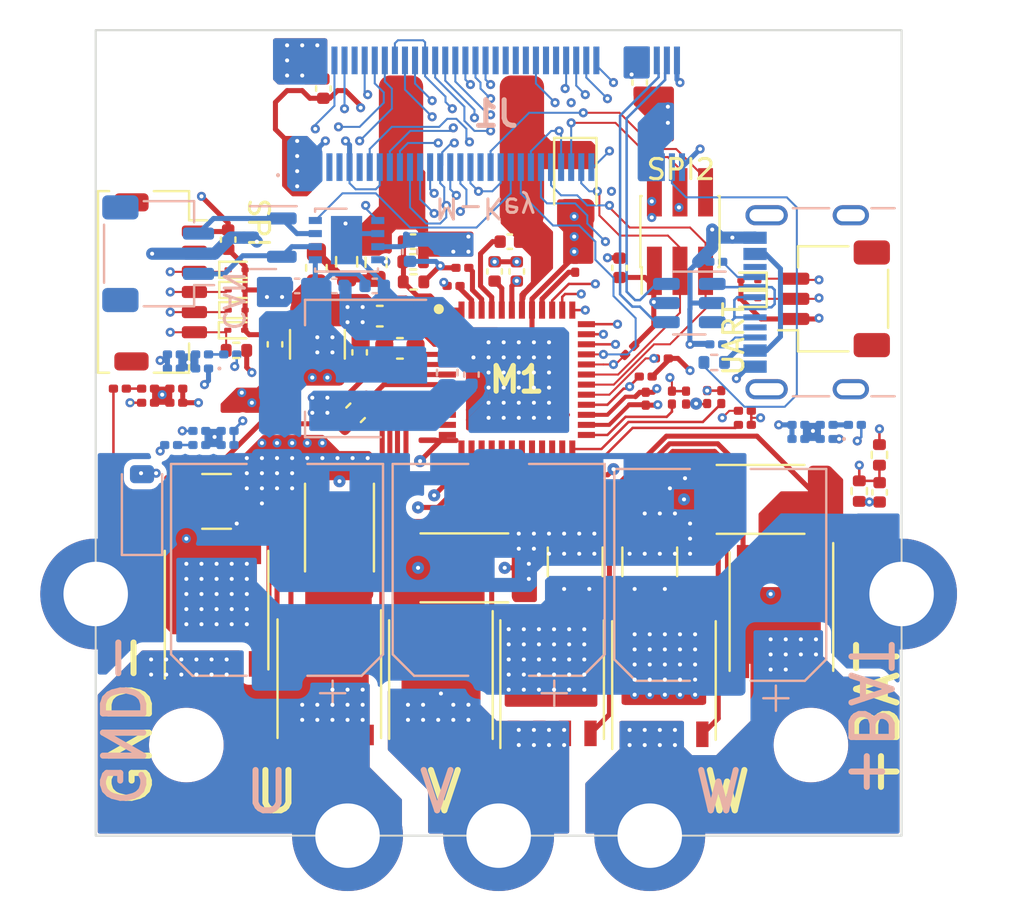
<source format=kicad_pcb>
(kicad_pcb (version 20221018) (generator pcbnew)
  (layers (0 "F.Cu" signal) (1 "In1.Cu" signal) (2 "In2.Cu" signal) (3 "In3.Cu" signal) (4 "In4.Cu" signal) (5 "In5.Cu" signal) (6 "In6.Cu" signal) (31 "B.Cu" signal) (34 "B.Paste" user) (35 "F.Paste" user) (36 "B.SilkS" user "B.Silkscreen") (37 "F.SilkS" user "F.Silkscreen") (38 "B.Mask" user) (39 "F.Mask" user) (44 "Edge.Cuts" user))
  (net 0 "")
  (net 1 "Net-(CAN_Con1-Pin_1)")
  (net 2 "Phase_U_GND")
  (net 3 "Net-(CAN_Con1-Pin_3)")
  (net 4 "+BATT")
  (net 5 "Net-(C_5V1-Pad1)")
  (net 6 "Net-(D1-K)")
  (net 7 "Net-(M1-BST)")
  (net 8 "Net-(M1-DVDD)")
  (net 9 "Net-(M1-VGLS)")
  (net 10 "+5V")
  (net 11 "Net-(M1-FB)")
  (net 12 "ADC1_-")
  (net 13 "ADC1_+")
  (net 14 "ADC2_-")
  (net 15 "+3V3")
  (net 16 "Net-(M1-CPL)")
  (net 17 "Net-(M1-CPH)")
  (net 18 "ADC321_4")
  (net 19 "ADC1_3")
  (net 20 "ADC2_3")
  (net 21 "ADC3_2")
  (net 22 "Net-(M1-VCC)")
  (net 23 "Net-(M1-VCP)")
  (net 24 "ADC3_1")
  (net 25 "SPI_1_MOSI")
  (net 26 "SPI_1_SCLK")
  (net 27 "SPI_1_MISO")
  (net 28 "SPI_1_CS")
  (net 29 "LPUART TX")
  (net 30 "LPUART RX")
  (net 31 "COMP1_N")
  (net 32 "COMP1_P")
  (net 33 "DAC_OUT")
  (net 34 "ADC2_+")
  (net 35 "CAN_TX")
  (net 36 "CAN_RX")
  (net 37 "PWM_U_N")
  (net 38 "PWM_U_P")
  (net 39 "PWM_V_N")
  (net 40 "PWM_V_P")
  (net 41 "PWM_W_N")
  (net 42 "UART8_RX")
  (net 43 "PWM_W_P")
  (net 44 "UART8_TX")
  (net 45 "PWM_Z_P")
  (net 46 "PWM_Z_N")
  (net 47 "I2C_SCL")
  (net 48 "USART2_TX")
  (net 49 "I2C_SDA")
  (net 50 "USART2_RX")
  (net 51 "SPI_2_CS")
  (net 52 "I2C2_SDA")
  (net 53 "SPI_2_MOSI")
  (net 54 "I2C2_SCL")
  (net 55 "TIM1_BKIN")
  (net 56 "SPI_2_MISO")
  (net 57 "SPI_2_SCLK")
  (net 58 "USB_D+")
  (net 59 "USB_D-")
  (net 60 "USB_Spannung")
  (net 61 "Net-(J7-VBUS-PadA4)")
  (net 62 "/Spannungsversorgung/CC1")
  (net 63 "USB_CONN_D+")
  (net 64 "USB_CONN_D-")
  (net 66 "/Spannungsversorgung/CC2")
  (net 68 "unconnected-(J7-SHIELD-PadS1)")
  (net 69 "Phase_U_Gate_H")
  (net 70 "Phase_U_Source_H")
  (net 71 "Phase_U_Gate_L")
  (net 72 "Phase_U_Source_L")
  (net 73 "Phase_V_Source_L")
  (net 74 "Phase_V_Gate_L")
  (net 75 "Phase_V_Source_H")
  (net 76 "Phase_V_Gate_H")
  (net 77 "Phase_W_Gate_H")
  (net 78 "Phase_W_Source_H")
  (net 79 "Phase_W_Gate_L")
  (net 80 "Phase_W_Source_L")
  (net 81 "Net-(M1-SOC)")
  (net 82 "Net-(M1-SOB)")
  (net 83 "Net-(M1-SOA)")
  (net 84 "Net-(M1-RCL)")
  (net 85 "Net-(M1-RT{slash}SD)")
  (net 86 "Net-(R_BAT1-Pad2)")
  (net 87 "Net-(R_sense_U1-Pad1)")
  (net 88 "Net-(R_sense_V1-Pad2)")
  (net 89 "Net-(R_sense_W1-Pad2)")
  (footprint "Resistor_SMD:R_0402_1005Metric" (layer "F.Cu") (at 208.9 111.09 -90)
    (fp_text reference "NTC1" hide)
    (fp_text value "10k")
  )
  (footprint "MountingHole:MountingHole_3.2mm_M3_ISO14580_Pad_TopBottom" (layer "F.Cu") (at 197.5 130)
    (fp_text reference "Phase_W1" hide)
    (fp_text value "MountingHole_Pad" hide)
  )
  (footprint "Connector_JST:JST_SH_SM03B-SRSS-TB_1x03-1MP_P1.00mm_Horizontal" (layer "F.Cu") (at 206.645 103.34 90)
    (fp_text reference "CAN_Con2" hide)
    (fp_text value "Conn_01x03_Pin" hide)
  )
  (footprint "MountingHole:MountingHole_3.2mm_M3_DIN965" (layer "F.Cu") (at 174.5 125.5)
    (fp_text reference "H4" hide)
    (fp_text value "MountingHole" hide)
  )
  (footprint "Resistor_SMD:R_0201_0603Metric" (layer "F.Cu") (at 197.3 107.2)
    (fp_text reference "R_Fault1" hide)
    (fp_text value "10k" hide)
  )
  (footprint "UltraLibrarian:NRSE8040-471M" (layer "F.Cu") (at 188.155 96)
    (fp_text reference "L1" hide)
    (fp_text value "470u" hide)
  )
  (footprint "Capacitor_SMD:C_0402_1005Metric" (layer "F.Cu") (at 181.3 92.9 -90)
    (fp_text reference "C_LDO2" hide)
    (fp_text value "22u")
  )
  (footprint "Capacitor_SMD:C_0201_0603Metric" (layer "F.Cu") (at 202.22 108.9 180)
    (fp_text reference "C_Filter_W1" hide)
    (fp_text value "1n" hide)
  )
  (footprint "Package_SO:PowerPAK_SO-8_Single" (layer "F.Cu") (at 204.035 118.87 -90)
    (fp_text reference "Q_P_W_L1" hide)
    (fp_text value "SiR584DP" hide)
  )
  (footprint "Capacitor_SMD:C_0201_0603Metric" (layer "F.Cu") (at 199.3 108.245 -90)
    (fp_text reference "C_Filter_U1" hide)
    (fp_text value "1n" hide)
  )
  (footprint "Capacitor_SMD:C_0402_1005Metric" (layer "F.Cu") (at 196 101.8 90)
    (fp_text reference "C_SPI2" hide)
    (fp_text value "100n")
  )
  (footprint "Capacitor_SMD:C_0402_1005Metric" (layer "F.Cu") (at 197 92.6 90)
    (fp_text reference "C_LDO1" hide)
    (fp_text value "22u")
  )
  (footprint "Capacitor_SMD:C_1210_3225Metric" (layer "F.Cu") (at 197.5 116.4 -90)
    (fp_text reference "C_IN6" hide)
    (fp_text value "10u" hide)
  )
  (footprint "MountingHole:MountingHole_3.2mm_M3_DIN965" (layer "F.Cu") (at 205.5 94.5)
    (fp_text reference "H2" hide)
    (fp_text value "MountingHole" hide)
  )
  (footprint "Diode_SMD:D_SOD-923" (layer "F.Cu") (at 176.995 103.9)
    (fp_text reference "D1_ESD3" hide)
    (fp_text value "ESD9B3.3ST5G" hide)
  )
  (footprint "Diode_SMD:D_SOD-923" (layer "F.Cu") (at 176.995 102.9)
    (fp_text reference "D1_ESD2" hide)
    (fp_text value "ESD9B3.3ST5G" hide)
  )
  (footprint "Capacitor_SMD:C_0603_1608Metric" (layer "F.Cu") (at 180.955 101.8 -90)
    (fp_text reference "C_5V1" hide)
    (fp_text value "10u" hide)
  )
  (footprint "Resistor_SMD:R_0402_1005Metric" (layer "F.Cu") (at 207.9 112.89 -90)
    (fp_text reference "R_SENS_Temp1" hide)
    (fp_text value "4k7")
  )
  (footprint "MountingHole:MountingHole_3.2mm_M3_DIN965" (layer "F.Cu") (at 174.5 94.5)
    (fp_text reference "H1" hide)
    (fp_text value "MountingHole" hide)
  )
  (footprint "Capacitor_SMD:C_0402_1005Metric" (layer "F.Cu") (at 185.755 100.5 180)
    (fp_text reference "C_FB1" hide)
    (fp_text value "1n6" hide)
  )
  (footprint "Package_SO:PowerPAK_SO-8_Single" (layer "F.Cu") (at 192.655 122.25 90)
    (fp_text reference "Q_P_V_H1" hide)
    (fp_text value "SiR584DP" hide)
  )
  (footprint "Resistor_SMD:R_0201_0603Metric" (layer "F.Cu") (at 171.2 107.8)
    (fp_text reference "R_BAT1" hide)
    (fp_text value "40k")
  )
  (footprint "Capacitor_SMD:C_0201_0603Metric" (layer "F.Cu") (at 197.3 108.3 90)
    (fp_text reference "C_Vref1" hide)
    (fp_text value "1u" hide)
  )
  (footprint "Package_SO:PowerPAK_SO-8_Single" (layer "F.Cu") (at 181.595 122.205 -90)
    (fp_text reference "Q_P_U_L1" hide)
    (fp_text value "SiR584DP" hide)
  )
  (footprint "Resistor_SMD:R_0201_0603Metric" (layer "F.Cu") (at 172.6 107.8)
    (fp_text reference "R_BAT2" hide)
    (fp_text value "40k")
  )
  (footprint "Resistor_SMD:R_0201_0603Metric" (layer "F.Cu") (at 201.05 108.22 90)
    (fp_text reference "R_CS2" hide)
    (fp_text value "150")
  )
  (footprint "MountingHole:MountingHole_3.2mm_M3_ISO14580_Pad_TopBottom" (layer "F.Cu") (at 210 118)
    (fp_text reference "Positiv1" hide)
    (fp_text value "MountingHole_Pad" hide)
  )
  (footprint "Package_SO:PowerPAK_SO-8_Single" (layer "F.Cu") (at 176 118.8 90)
    (fp_text reference "Q_P_U_H1" hide)
    (fp_text value "SiR584DP" hide)
  )
  (footprint "Capacitor_SMD:C_0201_0603Metric" (layer "F.Cu") (at 193.8 101.7 90)
    (fp_text reference "C_DVDD1" hide)
    (fp_text value "1u" hide)
  )
  (footprint "Capacitor_SMD:C_1210_3225Metric" (layer "F.Cu") (at 181.005 105.6 -90)
    (fp_text reference "C_1" hide)
    (fp_text value "10u" hide)
  )
  (footprint "Resistor_SMD:R_0201_0603Metric" (layer "F.Cu") (at 187.7625 102.7 180)
    (fp_text reference "R_RT/SD1" hide)
    (fp_text value "250k")
  )
  (footprint "SamacSys_Parts:QFN50P700X700X100-49N-D" (layer "F.Cu") (at 190.905 107.35)
    (fp_text reference "M1")
    (fp_text value "DRV8353RSRGZR" hide)
  )
  (footprint "Resistor_SMD:R_2512_6332Metric" (layer "F.Cu") (at 182.1 114.7 -90)
    (fp_text reference "Rs_P_U1" hide)
    (fp_text value "5m" hide)
  )
  (footprint "Diode_SMD:D_0201_0603Metric" (layer "F.Cu") (at 172.6 108.5)
    (fp_text reference "D_VBAT1" hide)
    (fp_text value "RB751S-40DP-TP")
  )
  (footprint "MountingHole:MountingHole_3.2mm_M3_DIN965" (layer "F.Cu") (at 205.5 125.5)
    (fp_text reference "H3" hide)
    (fp_text value "MountingHole" hide)
  )
  (footprint "Package_SO:PowerPAK_SO-8_Single" (layer "F.Cu") (at 198.205 122.295 90)
    (fp_text reference "Q_P_W_H1" hide)
    (fp_text value "SiR584DP" hide)
  )
  (footprint "Capacitor_SMD:C_0402_1005Metric" (layer "F.Cu") (at 178.9 105.6 90)
    (fp_text reference "C_VM1" hide)
    (fp_text value "100n" hide)
  )
  (footprint "Connector_JST:JST_SHL_SM06B-SHLS-TF_1x06-1MP_P1.00mm_Horizontal" (layer "F.Cu") (at 173.225 102.5 -90)
    (fp_text reference "JST_SPI1" hide)
    (fp_text value "Conn_01x06_Female" hide)
  )
  (footprint "Connector_PinHeader_1.27mm:PinHeader_2x03_P1.27mm_Vertical_SMD" (layer "F.Cu") (at 199 100 90)
    (fp_text reference "SPI2" hide)
    (fp_text value "Conn_01x06_Female")
  )
  (footprint "Resistor_SMD:R_0201_0603Metric" (layer "F.Cu") (at 188.2 101.8 180)
    (fp_text reference "R_RCL1" hide)
    (fp_text value "130k")
  )
  (footprint "Custom:DO-219AA" (layer "F.Cu") (at 193.855 97.65 -90)
    (fp_text reference "D1" hide)
    (fp_text value "FES1DE" hide)
  )
  (footprint "Capacitor_SMD:C_0402_1005Metric" (layer "F.Cu") (at 190.9 101.98 -90)
    (fp_text reference "C_IN7" hide)
    (fp_text value "100n" hide)
  )
  (footprint "Capacitor_SMD:C_0402_1005Metric" (layer "F.Cu") (at 183.1 106 90)
    (fp_text reference "C_VM2" hide)
    (fp_text value "100n" hide)
  )
  (footprint "Resistor_SMD:R_0201_0603Metric" (layer "F.Cu") (at 198.6 108.245 90)
    (fp_text reference "R_CS1" hide)
    (fp_text value "150")
  )
  (footprint "Diode_SMD:D_SOD-923" (layer "F.Cu") (at 202.445 103.34 180)
    (fp_text reference "D1_ESD5" hide)
    (fp_text value "ESD9B3.3ST5G")
  )
  (footprint "Resistor_SMD:R_2512_6332Metric" (layer "F.Cu") (at 188.3 116.7 180)
    (fp_text reference "Rs_P_V1" hide)
    (fp_text value "5m" hide)
  )
  (footprint "Resistor_SMD:R_0201_0603Metric" (layer "F.Cu") (at 198.1 106.3)
    (fp_text reference "R_SDO_PU1" hide)
    (fp_text value "1k")
  )
  (footprint "Capacitor_SMD:C_0402_1005Metric" (layer "F.Cu") (at 189.8 101.98 90)
    (fp_text reference "C_VCC1" hide)
    (fp_text value "470n" hide)
  )
  (footprint "Diode_SMD:D_SOD-923" (layer "F.Cu") (at 176.975 104.9)
    (fp_text reference "D1_ESD4" hide)
    (fp_text value "ESD9B3.3ST5G" hide)
  )
  (footprint "MountingHole:MountingHole_3.2mm_M3_ISO14580_Pad_TopBottom" (layer "F.Cu") (at 190 130)
    (fp_text reference "Phase_V1" hide)
    (fp_text value "MountingHole_Pad" hide)
  )
  (footprint "Capacitor_SMD:C_0402_1005Metric" (layer "F.Cu") (at 190.555 100.5 180)
    (fp_text reference "C_BST1" hide)
    (fp_text value "10n" hide)
  )
  (footprint "Resistor_SMD:R_0402_1005Metric" (layer "F.Cu") (at 176.985 105.9 180)
    (fp_text reference "R_CAN1" hide)
    (fp_text value "3k3")
  )
  (footprint "Resistor_SMD:R_0402_1005Metric" (layer "F.Cu") (at 185.775 102.5 180)
    (fp_text reference "R_FB2" hide)
    (fp_text value "10k" hide)
  )
  (footprint "Package_SO:PowerPAK_SO-8_Single" (layer "F.Cu") (at 187.135 122.25 -90)
    (fp_text reference "Q_P_V_L1" hide)
    (fp_text value "SiR584DP" hide)
  )
  (footprint "Resistor_SMD:R_0402_1005Metric" (layer "F.Cu") (at 185.755 101.5)
    (fp_text reference "R_FB1" hide)
    (fp_text value "10k" hide)
  )
  (footprint "Capacitor_SMD:C_0201_0603Metric" (layer "F.Cu") (at 174 108.5)
    (fp_text reference "C_VM_1" hide)
    (fp_text value "100n")
  )
  (footprint "Resistor_SMD:R_0201_0603Metric" (layer "F.Cu") (at 174 107.8)
    (fp_text reference "R_VM_1" hide)
    (fp_text value "5K")
  )
  (footprint "MountingHole:MountingHole_3.2mm_M3_ISO14580_Pad_TopBottom" (layer "F.Cu") (at 170 118)
    (fp_text reference "Negativ1" hide)
    (fp_text value "MountingHole_Pad" hide)
  )
  (footprint "Diode_SMD:D_SOD-923" (layer "F.Cu") (at 176.995 101.9)
    (fp_text reference "D1_ESD1" hide)
    (fp_text value "ESD9B3.3ST5G" hide)
  )
  (footprint "Capacitor_SMD:C_0603_1608Metric" (layer "F.Cu") (at 182.9 109 45)
    (fp_text reference "C_VDRAIN1" hide)
    (fp_text value "1u" hide)
  )
  (footprint "Capacitor_SMD:C_0402_1005Metric" (layer "F.Cu") (at 176.575 100.4 -90)
    (fp_text reference "C_SPI1" hide)
    (fp_text value "100n")
  )
  (footprint "Resistor_SMD:R_0201_0603Metric" (layer "F.Cu") (at 196.5 105.9 45)
    (fp_text reference "R_SCLK1" hide)
    (fp_text value "10k" hide)
  )
  (footprint "Capacitor_SMD:C_1210_3225Metric" (layer "F.Cu") (at 193.8 116.4 -90)
    (fp_text reference "C_IN5" hide)
    (fp_text value "10u" hide)
  )
  (footprint "Resistor_SMD:R_2512_6332Metric" (layer "F.Cu") (at 203 113.3)
    (fp_text reference "Rs_P_W1" hide)
    (fp_text value "5m" hide)
  )
  (footprint "Capacitor_SMD:C_0603_1608Metric" (layer "F.Cu") (at 184.1 104.2 180)
    (fp_text reference "C_DVDD2" hide)
    (fp_text value "1u" hide)
  )
  (footprint "Resistor_SMD:R_0603_1608Metric" (layer "F.Cu") (at 183.915 101.525 90)
    (fp_text reference "R_C_s2" hide)
    (fp_text value "1,5" hide)
  )
  (footprint "Diode_SMD:D_SOD-923" (layer "F.Cu") (at 202.445 102.44 180)
    (fp_text reference "D1_ESD6" hide)
    (fp_text value "ESD9B3.3ST5G")
  )
  (footprint "Capacitor_SMD:C_0603_1608Metric" (layer "F.Cu") (at 185.1 105.8)
    (fp_text reference "C_PUMP1" hide)
    (fp_text value "47n" hide)
  )
  (footprint "Capacitor_SMD:C_0201_0603Metric" (layer "F.Cu") (at 200.35 108.22 -90)
    (fp_text reference "C_Filter_V1" hide)
    (fp_text value "1n" hide)
  )
  (footprint "Capacitor_SMD:C_1210_3225Metric" (layer "F.Cu") (at 176 113.4 180)
    (fp_text reference "C_IN4" hide)
    (fp_text value "10u" hide)
  )
  (footprint "MountingHole:MountingHole_3.2mm_M3_ISO14580_Pad_TopBottom" (layer "F.Cu") (at 182.5 130)
    (fp_text reference "Phase_U1" hide)
    (fp_text value "MountingHole_Pad" hide)
  )
  (footprint "Capacitor_SMD:C_0402_1005Metric" (layer "F.Cu") (at 208.91 112.95 -90)
    (fp_text reference "C_SENS_Temp1" hide)
    (fp_text value "100n")
  )
  (footprint "Resistor_SMD:R_0603_1608Metric" (layer "F.Cu") (at 182.455 101.5 90)
    (fp_text reference "R_C_s1" hide)
    (fp_text value "1,5" hide)
  )
  (footprint "Resistor_SMD:R_0201_0603Metric" (layer "F.Cu") (at 202.22 109.6)
    (fp_text reference "R_CS3" hide)
    (fp_text value "150")
  )
  (footprint "Package_DFN_QFN:DFN-8-1EP_3x3mm_P0.65mm_EP1.55x2.4mm" (layer "B.Cu") (at 182.45 100.425 180)
    (fp_text reference "U3" hide)
    (fp_text value "SIT1042QTK/3" hide)
  )
  (footprint "Capacitor_SMD:CP_Elec_10x10" (layer "B.Cu") (at 190 116.8 90)
    (fp_text reference "C_IN1" hide)
    (fp_text value "100u" hide)
  )
  (footprint "Resistor_SMD:R_0201_0603Metric" (layer "B.Cu") (at 207.68 109.6 180)
    (fp_text reference "R_sense_W1" hide)
    (fp_text value "40k")
  )
  (footprint "Resistor_SMD:R_0201_0603Metric" (layer "B.Cu") (at 176.68 106.1 180)
    (fp_text reference "R_sense_V1" hide)
    (fp_text value "40k")
  )
  (footprint "Resistor_SMD:R_0201_0603Metric" (layer "B.Cu") (at 175.28 106.1 180)
    (fp_text reference "R_sense_V2" hide)
    (fp_text value "40k")
  )
  (footprint "Diode_SMD:D_0201_0603Metric" (layer "B.Cu") (at 206.28 110.3 180)
    (fp_text reference "D_sense_W1" hide)
    (fp_text value "RB751S-40DP-TP")
  )
  (footprint "Diode_SMD:D_0201_0603Metric" (layer "B.Cu") (at 175.145 109.9)
    (fp_text reference "D_sense_U1" hide)
    (fp_text value "RB751S-40DP-TP")
  )
  (footprint "Resistor_SMD:R_0201_0603Metric" (layer "B.Cu") (at 204.88 109.6 180)
    (fp_text reference "R_sense_W3" hide)
    (fp_text value "5K")
  )
  (footprint "Connector_JST:JST_SH_SM03B-SRSS-TB_1x03-1MP_P1.00mm_Horizontal" (layer "B.Cu") (at 173.1 101.1 90)
    (fp_text reference "CAN_Con1" hide)
    (fp_text value "Conn_01x03_Pin" hide)
  )
  (footprint "Capacitor_SMD:C_0402_1005Metric" (layer "B.Cu") (at 188.65 107.1 90)
    (fp_text reference "C_LDO4" hide)
    (fp_text value "100n" hide)
  )
  (footprint "Capacitor_SMD:CP_Elec_10x10" (layer "B.Cu") (at 201 117.05 90)
    (fp_text reference "C_IN2" hide)
    (fp_text value "100u" hide)
  )
  (footprint "UltraLibrarian:APCI0110" (layer "B.Cu") (at 189.85 94.15 180)
    (fp_text reference "J1")
    (fp_text value "Bus_M.2_Socket_M" hide)
  )
  (footprint "Connector_USB:USB_C_Receptacle_GCT_USB4105-xx-A_16P_TopMnt_Horizontal" (layer "B.Cu") (at 206.405 103.51 -90)
    (fp_text reference "J7" hide)
    (fp_text value "USB_C_Receptacle_USB2.0" hide)
  )
  (footprint "Resistor_SMD:R_0201_0603Metric" (layer "B.Cu") (at 200.8 101.5 180)
    (fp_text reference "R_USB2" hide)
    (fp_text value "5k1" hide)
  )
  (footprint "Resistor_SMD:R_0402_1005Metric" (layer "B.Cu") (at 200.7 106.5 180)
    (fp_text reference "R_USB3" hide)
    (fp_text value "1k")
  )
  (footprint "Resistor_SMD:R_0201_0603Metric" (layer "B.Cu") (at 206.28 109.6 180)
    (fp_text reference "R_sense_W2" hide)
    (fp_text value "40k")
  )
  (footprint "Capacitor_SMD:C_0201_0603Metric" (layer "B.Cu") (at 173.88 106.8 180)
    (fp_text reference "C_sense_V1" hide)
    (fp_text value "10n")
  )
  (footprint "Capacitor_SMD:C_0201_0603Metric" (layer "B.Cu") (at 204.88 110.3 180)
    (fp_text reference "C_sense_W1" hide)
    (fp_text value "10n")
  )
  (footprint "Capacitor_SMD:C_0402_1005Metric" (layer "B.Cu") (at 180 102.7 180)
    (fp_text reference "C_Reset1" hide)
    (fp_text value "100n" hide)
  )
  (footprint "Resistor_SMD:R_0201_0603Metric" (layer "B.Cu") (at 173.745 110.6)
    (fp_text reference "R_sense_U3" hide)
    (fp_text value "40k")
  )
  (footprint "Diode_SMD:D_0201_0603Metric" (layer "B.Cu") (at 175.28 106.8 180)
    (fp_text reference "D_sense_V1" hide)
    (fp_text value "RB751S-40DP-TP")
  )
  (footprint "Package_TO_SOT_SMD:SOT-23-6" (layer "B.Cu") (at 199.4625 103.55 180)
    (fp_text reference "U2" hide)
    (fp_text value "USBLC6-2SC6" hide)
  )
  (footprint "Package_TO_SOT_SMD:SOT-23" (layer "B.Cu") (at 178.3 100.3 180)
    (fp_text reference "D2" hide)
    (fp_text value "PESD1CAN")
  )
  (footprint "Diode_SMD:D_SOD-123" (layer "B.Cu") (at 172.3 113.7 90)
    (fp_text reference "D_TVS1" hide)
    (fp_text value "SMF54CA " hide)
  )
  (footprint "Capacitor_SMD:C_0402_1005Metric" (layer "B.Cu") (at 185.6 101 -90)
    (fp_text reference "C_Reset2" hide)
    (fp_text value "100n" hide)
  )
  (footprint "Resistor_SMD:R_0201_0603Metric" (layer "B.Cu") (at 175.145 110.6)
    (fp_text reference "R_sense_U1" hide)
    (fp_text value "40k")
  )
  (footprint "Capacitor_SMD:C_0402_1005Metric" (layer "B.Cu") (at 181.85 102.7)
    (fp_text reference "C_LDO5" hide)
    (fp_text value "100n" hide)
  )
  (footprint "Capacitor_SMD:C_0201_0603Metric" (layer "B.Cu") (at 176.545 109.9)
    (fp_text reference "C_sense_U1" hide)
    (fp_text value "10n")
  )
  (footprint "Capacitor_SMD:C_0402_1005Metric" (layer "B.Cu") (at 183.85 102.7)
    (fp_text reference "C_LDO6" hide)
    (fp_text value "22u" hide)
  )
  (footprint "Package_TO_SOT_SMD:SOT-223-3_TabPin2" (layer "B.Cu") (at 182.3 106.8 180)
    (fp_text reference "U1" hide)
    (fp_text value "LDL1117")
  )
  (footprint "Resistor_SMD:R_0201_0603Metric" (layer "B.Cu") (at 200.8 105.6 180)
    (fp_text reference "R_USB1" hide)
    (fp_text value "5k1" hide)
  )
  (footprint "Capacitor_SMD:CP_Elec_10x10" (layer "B.Cu") (at 179 116.8 90)
    (fp_text reference "C_IN3" hide)
    (fp_text value "100u" hide)
  )
  (footprint "Resistor_SMD:R_0201_0603Metric" (layer "B.Cu") (at 173.88 106.1 180)
    (fp_text reference "R_sense_V3" hide)
    (fp_text value "5K")
  )
  (footprint "Capacitor_SMD:C_0603_1608Metric" (layer "B.Cu") (at 187.45 107 90)
    (fp_text reference "C_LDO3" hide)
    (fp_text value "10u")
  )
  (footprint "Resistor_SMD:R_0201_0603Metric" (layer "B.Cu") (at 176.545 110.6)
    (fp_text reference "R_sense_U2" hide)
    (fp_text value "5K")
  )
  (gr_rect locked (start 170 90) (end 210 130) (stroke (width 0.1)) (fill none) (layer "Edge.Cuts"))
  (gr_text "V" (at 188 129) (layer "B.SilkS") (effects (font (size 2 2) (thickness 0.3)) (justify left bottom mirror)))
  (gr_text "+BAT" (at 207.25 128.25 -90) (layer "B.SilkS") (effects (font (size 2 2) (thickness 0.3)) (justify left bottom mirror)))
  (gr_text "U" (at 179.75 129) (layer "B.SilkS") (effects (font (size 2 2) (thickness 0.3)) (justify left bottom mirror)))
  (gr_text "M-Key" (at 186.75 98.25 180) (layer "B.SilkS") (effects (font (size 1 1)) (justify left bottom mirror)))
  (gr_text "W" (at 202.25 129) (layer "B.SilkS") (effects (font (size 2 2) (thickness 0.3)) (justify left bottom mirror)))
  (gr_text "CAN" (at 176.25 105 -90) (layer "B.SilkS") (effects (font (size 1 1)) (justify left bottom mirror)))
  (gr_text "GND-" (at 170.1 128.7 270) (layer "B.SilkS") (effects (font (size 2 2) (thickness 0.3)) (justify left bottom mirror)))
  (gr_text "U" (at 177.75 129) (layer "F.SilkS") (effects (font (size 2 2) (thickness 0.3)) (justify left bottom)))
  (gr_text "SPI2" (at 197.25 97.5) (layer "F.SilkS") (effects (font (size 1 1)) (justify left bottom)))
  (gr_text "+BAT" (at 210 128.25 90) (layer "F.SilkS") (effects (font (size 2 2) (thickness 0.3)) (justify left bottom)))
  (gr_text "V" (at 186.25 129) (layer "F.SilkS") (effects (font (size 2 2) (thickness 0.3)) (justify left bottom)))
  (gr_text "W" (at 200 129) (layer "F.SilkS") (effects (font (size 2 2) (thickness 0.3)) (justify left bottom)))
  (gr_text "UART" (at 202.25 107.25 90) (layer "F.SilkS") (effects (font (size 1 1)) (justify left bottom)))
  (gr_text "GND-" (at 172.9 128.7 90) (layer "F.SilkS") (effects (font (size 2 2) (thickness 0.3)) (justify left bottom)))
  (gr_text "SPI" (at 177.5 98.25 -90) (layer "F.SilkS") (effects (font (size 1 1)) (justify left bottom)))
  (segment (start 179.2875 101.2) (end 179.7375 100.75) (width 0.25) (layer "B.Cu") (net 1))
  (segment (start 177.3 101.2) (end 179.2875 101.2) (width 0.25) (layer "B.Cu") (net 1))
  (segment (start 179.7375 100.75) (end 180.9 100.75) (width 0.25) (layer "B.Cu") (net 1))
  (segment (start 176.4 102.1) (end 177.3 101.2) (width 0.25) (layer "B.Cu") (net 1))
  (segment (start 175.1 102.1) (end 176.4 102.1) (width 0.25) (layer "B.Cu") (net 1))
  (segment (start 199.2 113.3) (end 200.0375 113.3) (width 0.1) (layer "F.Cu") (net 2))
  (segment (start 197.67 107.98) (end 197.3 107.98) (width 0.25) (layer "F.Cu") (net 2))
  (segment (start 182 93) (end 181.62 93.38) (width 0.25) (layer "F.Cu") (net 2))
  (segment (start 191.655 103.345) (end 193.62 101.38) (width 0.25) (layer "F.Cu") (net 2))
  (segment (start 183.25 104.5) (end 183.3 104.225) (width 0.25) (layer "F.Cu") (net 2))
  (segment (start 177.415 101.9) (end 177.415 101.72) (width 0.25) (layer "F.Cu") (net 2))
  (segment (start 183.3 104.2) (end 183.25 104.5) (width 0.25) (layer "F.Cu") (net 2))
  (segment (start 186.6 104) (end 186.1 104) (width 0.25) (layer "F.Cu") (net 2))
  (segment (start 201.1 109.25) (end 201.45 108.9) (width 0.1) (layer "F.Cu") (net 2))
  (segment (start 201.45 108.9) (end 201.9 108.9) (width 0.1) (layer "F.Cu") (net 2))
  (segment (start 187.2 101.8) (end 187.1 101.7) (width 0.25) (layer "F.Cu") (net 2))
  (segment (start 197.01 107.98) (end 197.3 107.98) (width 0.25) (layer "F.Cu") (net 2))
  (segment (start 174.9 101) (end 176.455 101) (width 0.25) (layer "F.Cu") (net 2))
  (segment (start 191.4625 116.7) (end 191.2625 116.7) (width 0.25) (layer "F.Cu") (net 2))
  (segment (start 188.155 111.745) (end 188.155 110.8) (width 0.25) (layer "F.Cu") (net 2))
  (segment (start 204.645 104.34) (end 203.025 104.34) (width 0.25) (layer "F.Cu") (net 2))
  (segment (start 183.15 93.75) (end 182.4 93) (width 0.25) (layer "F.Cu") (net 2))
  (segment (start 180.63 93.38) (end 180.25 93) (width 0.25) (layer "F.Cu") (net 2))
  (segment (start 178.15 102.9) (end 178.5 103.25) (width 0.25) (layer "F.Cu") (net 2))
  (segment (start 199.78 108.565) (end 199.8 108.545) (width 0.125) (layer "F.Cu") (net 2))
  (segment (start 193.62 101.38) (end 193.8 101.38) (width 0.25) (layer "F.Cu") (net 2))
  (segment (start 191.655 106.6) (end 190.905 107.35) (width 0.25) (layer "F.Cu") (net 2))
  (segment (start 179.5 95.5) (end 180 95.5) (width 0.25) (layer "F.Cu") (net 2))
  (segment (start 194.355 109.1) (end 195.4 109.1) (width 0.2) (layer "F.Cu") (net 2))
  (segment (start 179.5 93) (end 178.921 93.579) (width 0.25) (layer "F.Cu") (net 2))
  (segment (start 205.86 104.34) (end 205.9 104.3) (width 0.25) (layer "F.Cu") (net 2))
  (segment (start 207.93 113.43) (end 207.9 113.4) (width 0.25) (layer "F.Cu") (net 2))
  (segment (start 208.91 113.43) (end 208.4 113.43) (width 0.25) (layer "F.Cu") (net 2))
  (segment (start 203.025 104.34) (end 202.025 103.34) (width 0.25) (layer "F.Cu") (net 2))
  (segment (start 204.645 104.34) (end 205.86 104.34) (width 0.25) (layer "F.Cu") (net 2))
  (segment (start 192.88 112.08) (end 192.655 111.855) (width 0.25) (layer "F.Cu") (net 2))
  (segment (start 177.415 102.9) (end 178.15 102.9) (width 0.25) (layer "F.Cu") (net 2))
  (segment (start 208.4 113.43) (end 207.93 113.43) (width 0.25) (layer "F.Cu") (net 2))
  (segment (start 178.921 94.921) (end 179.5 95.5) (width 0.25) (layer "F.Cu") (net 2))
  (segment (start 183.3 104.225) (end 183.325 104.2) (width 0.25) (layer "F.Cu") (net 2))
  (segment (start 195.4 101.3) (end 195.98 101.3) (width 0.25) (layer "F.Cu") (net 2))
  (segment (start 196.3 108.2) (end 196.79 108.2) (width 0.2) (layer "F.Cu") (net 2))
  (segment (start 174.32 108.5) (end 175.1 108.5) (width 0.25) (layer "F.Cu") (net 2))
  (segment (start 176.455 101) (end 176.575 100.88) (width 0.25) (layer "F.Cu") (net 2))
  (segment (start 182.4 93) (end 182 93) (width 0.25) (layer "F.Cu") (net 2))
  (segment (start 186.8 113.1) (end 188.155 111.745) (width 0.25) (layer "F.Cu") (net 2))
  (segment (start 177.615 105.12) (end 177.395 104.9) (width 0.25) (layer "F.Cu") (net 2))
  (segment (start 181.62 93.38) (end 181.3 93.38) (width 0.25) (layer "F.Cu") (net 2))
  (segment (start 178.921 93.579) (end 178.921 94.921) (width 0.25) (layer "F.Cu") (net 2))
  (segment (start 191.5 116.5) (end 191.4625 116.7) (width 0.25) (layer "F.Cu") (net 2))
  (segment (start 187.2 104.6) (end 186.6 104) (width 0.25) (layer "F.Cu") (net 2))
  (segment (start 191.655 103.9) (end 191.655 106.6) (width 0.25) (layer "F.Cu") (net 2))
  (segment (start 187.88 101.8) (end 187.2 101.8) (width 0.25) (layer "F.Cu") (net 2))
  (segment (start 185.4 103.3) (end 184.225 103.3) (width 0.25) (layer "F.Cu") (net 2))
  (segment (start 184.225 103.3) (end 183.325 104.2) (width 0.25) (layer "F.Cu") (net 2))
  (segment (start 180.955 102.575) (end 180.955 104.075) (width 0.4) (layer "F.Cu") (net 2))
  (segment (start 180.25 93) (end 179.5 93) (width 0.25) (layer "F.Cu") (net 2))
  (segment (start 191.655 103.9) (end 191.655 103.345) (width 0.25) (layer "F.Cu") (net 2))
  (segment (start 178.9 105.12) (end 177.615 105.12) (width 0.25) (layer "F.Cu") (net 2))
  (segment (start 187.1 101.7) (end 187.085 101.7) (width 0.25) (layer "F.Cu") (net 2))
  (segment (start 195.4 109.1) (end 196.3 108.2) (width 0.2) (layer "F.Cu") (net 2))
  (segment (start 202.025 103.34) (end 202.025 102.44) (width 0.25) (layer "F.Cu") (net 2))
  (segment (start 181.3 93.38) (end 180.63 93.38) (width 0.25) (layer "F.Cu") (net 2))
  (segment (start 200.4 108.565) (end 199.82 108.565) (width 0.125) (layer "F.Cu") (net 2))
  (segment (start 177.415 101.9) (end 177.415 104.88) (width 0.25) (layer "F.Cu") (net 2))
  (segment (start 187.085 101.7) (end 186.285 102.5) (width 0.25) (layer "F.Cu") (net 2))
  (segment (start 195.42 112.08) (end 192.88 112.08) (width 0.25) (layer "F.Cu") (net 2))
  (segment (start 191.0625 116.7) (end 191.5 116.5) (width 0.25) (layer "F.Cu") (net 2))
  (segment (start 183.325 104.2) (end 183.3 104.2) (width 0.25) (layer "F.Cu") (net 2))
  (segment (start 199.82 108.565) (end 199.8 108.545) (width 0.125) (layer "F.Cu") (net 2))
  (segment (start 187.455 104.6) (end 187.2 104.6) (width 0.25) (layer "F.Cu") (net 2))
  (segment (start 177.415 104.88) (end 177.395 104.9) (width 0.25) (layer "F.Cu") (net 2))
  (segment (start 196.79 108.2) (end 197.01 107.98) (width 0.25) (layer "F.Cu") (net 2))
  (segment (start 174.32 107.8) (end 174.32 108.5) (width 0.25) (layer "F.Cu") (net 2))
  (segment (start 195.98 101.3) (end 196 101.32) (width 0.25) (layer "F.Cu") (net 2))
  (segment (start 180.955 104.075) (end 181.005 104.125) (width 0.4) (layer "F.Cu") (net 2))
  (segment (start 177.415 101.72) (end 176.575 100.88) (width 0.25) (layer "F.Cu") (net 2))
  (segment (start 186.1 104) (end 185.4 103.3) (width 0.25) (layer "F.Cu") (net 2))
  (segment (start 183.15 93.85) (end 183.15 93.75) (width 0.25) (layer "F.Cu") (net 2))
  (segment (start 199.3 108.565) (end 199.78 108.565) (width 0.125) (layer "F.Cu") (net 2))
  (segment (start 192.655 111.855) (end 192.655 110.8) (width 0.25) (layer "F.Cu") (net 2))
  (segment (start 187.455 110.1) (end 187.4 110.1) (width 0.25) (layer "F.Cu") (net 2))
  (segment (start 195.7 111.8) (end 195.42 112.08) (width 0.25) (layer "F.Cu") (net 2))
  (segment (start 187.4 110.1) (end 186.1 111.4) (width 0.25) (layer "F.Cu") (net 2))
  (segment (start 197.85 107.8) (end 197.67 107.98) (width 0.25) (layer "F.Cu") (net 2))
  (segment (start 190.9 101.5) (end 189.8 101.5) (width 0.25) (layer "F.Cu") (net 2))
  (segment (start 190.3 116.7) (end 191.0625 116.7) (width 0.25) (layer "F.Cu") (net 2))
  (via (at 177 114.5) (size 0.45) (drill 0.2) (layers "F.Cu" "B.Cu") (net 2))
  (via (at 201.6 100.3) (size 0.45) (drill 0.2) (layers "F.Cu" "B.Cu") (net 2))
  (via (at 181.25 111.25) (size 0.45) (drill 0.2) (layers "F.Cu" "B.Cu") (net 2))
  (via (at 179 112.75) (size 0.45) (drill 0.2) (layers "F.Cu" "B.Cu") (net 2))
  (via (at 197.6 98.5) (size 0.45) (drill 0.2) (layers "F.Cu" "B.Cu") (net 2))
  (via (at 178.25 110.5) (size 0.45) (drill 0.2) (layers "F.Cu" "B.Cu") (net 2))
  (via (at 179.75 112) (size 0.45) (drill 0.2) (layers "F.Cu" "B.Cu") (net 2))
  (via (at 190.25 109.25) (size 0.45) (drill 0.2) (layers "F.Cu" "B.Cu") (net 2))
  (via (at 177.3 109.4) (size 0.45) (drill 0.2) (layers "F.Cu" "B.Cu") (net 2))
  (via (at 189.5 108.5) (size 0.45) (drill 0.2) (layers "F.Cu" "B.Cu") (net 2))
  (via (at 178.5 103.25) (size 0.45) (drill 0.2) (layers "F.Cu" "B.Cu") (net 2))
  (via (at 181.4 95.5) (size 0.45) (drill 0.2) (layers "F.Cu" "B.Cu") (net 2))
  (via (at 192.5 108.5) (size 0.45) (drill 0.2) (layers "F.Cu" "B.Cu") (net 2))
  (via (at 194.75 115) (size 0.45) (drill 0.2) (layers "F.Cu" "B.Cu") (net 2))
  (via (at 193.75 99.25) (size 0.45) (drill 0.2) (layers "F.Cu" "B.Cu") (net 2))
  (via (at 180 97.75) (size 0.45) (drill 0.2) (layers "F.Cu" "B.Cu") (net 2))
  (via (at 191.5 117.25) (size 0.45) (drill 0.2) (layers "F.Cu" "B.Cu") (net 2))
  (via (at 205.9 104.3) (size 0.45) (drill 0.2) (layers "F.Cu" "B.Cu") (net 2))
  (via (at 190.25 106.25) (size 0.45) (drill 0.2) (layers "F.Cu" "B.Cu") (net 2))
  (via (at 194.75 116) (size 0.45) (drill 0.2) (layers "F.Cu" "B.Cu") (net 2))
  (via (at 187.7 93.9) (size 0.45) (drill 0.2) (layers "F.Cu" "B.Cu") (net 2))
  (via (at 197.85 107.8) (size 0.45) (drill 0.2) (layers "F.Cu" "B.Cu") (net 2))
  (via (at 193 95) (size 0.45) (drill 0.2) (layers "F.Cu" "B.Cu") (net 2))
  (via (at 193.75 100.25) (size 0.45) (drill 0.2) (layers "F.Cu" "B.Cu") (net 2))
  (via (at 199.2 113.3) (size 0.6) (drill 0.2) (layers "F.Cu" "B.Cu") (net 2))
  (via (at 194 115) (size 0.45) (drill 0.2) (layers "F.Cu" "B.Cu") (net 2))
  (via (at 198 114) (size 0.45) (drill 0.2) (layers "F.Cu" "B.Cu") (net 2))
  (via (at 178.25 111.25) (size 0.45) (drill 0.2) (layers "F.Cu" "B.Cu") (net 2))
  (via (at 186.8 113.1) (size 0.6) (drill 0.2) (layers "F.Cu" "B.Cu") (net 2))
  (via (at 191 108.5) (size 0.45) (drill 0.2) (layers "F.Cu" "B.Cu") (net 2))
  (via (at 172.8 101.1) (size 0.45) (drill 0.2) (layers "F.Cu" "B.Cu") (net 2))
  (via (at 190.25 107) (size 0.45) (drill 0.2) (layers "F.Cu" "B.Cu") (net 2))
  (via (at 188.75 106.25) (size 0.45) (drill 0.2) (layers "F.Cu" "B.Cu") (net 2))
  (via (at 181.25 110.5) (size 0.45) (drill 0.2) (layers "F.Cu" "B.Cu") (net 2))
  (via (at 180.5 111.25) (size 0.45) (drill 0.2) (layers "F.Cu" "B.Cu") (net 2))
  (via (at 186.1 111.4) (size 0.6) (drill 0.2) (layers "F.Cu" "B.Cu") (net 2))
  (via (at 180 96.25) (size 0.45) (drill 0.2) (layers "F.Cu" "B.Cu") (net 2))
  (via (at 182.1 112.4) (size 0.6) (drill 0.2) (layers "F.Cu" "B.Cu") (net 2))
  (via (at 191.75 106.25) (size 0.45) (drill 0.2) (layers "F.Cu" "B.Cu") (net 2))
  (via (at 178.25 112.75) (size 0.45) (drill 0.2) (layers "F.Cu" "B.Cu") (net 2))
  (via (at 198.75 116) (size 0.45) (drill 0.2) (layers "F.Cu" "B.Cu") (net 2))
  (via (at 201.1 109.25) (size 0.45) (drill 0.2) (layers "F.Cu" "B.Cu") (net 2))
  (via (at 196.5 116) (size 0.45) (drill 0.2) (layers "F.Cu" "B.Cu") (net 2))
  (via (at 191 107.75) (size 0.45) (drill 0.2) (layers "F.Cu" "B.Cu") (net 2))
  (via (at 183.25 104.5) (size 0.45) (drill 0.2) (layers "F.Cu" "B.Cu") (net 2))
  (via (at 180 97) (size 0.45) (drill 0.2) (layers "F.Cu" "B.Cu") (net 2))
  (via (at 175.1 108.5) (size 0.45) (drill 0.2) (layers "F.Cu" "B.Cu") (net 2))
  (via (at 194 116) (size 0.45) (drill 0.2) (layers "F.Cu" "B.Cu") (net 2))
  (via (at 190.25 108.5) (size 0.45) (drill 0.2) (layers "F.Cu" "B.Cu") (net 2))
  (via (at 197.25 114) (size 0.45) (drill 0.2) (layers "F.Cu" "B.Cu") (net 2))
  (via (at 182.75 111.25) (size 0.45) (drill 0.2) (layers "F.Cu" "B.Cu") (net 2))
  (via (at 191.75 109.25) (size 0.45) (drill 0.2) (layers "F.Cu" "B.Cu") (net 2))
  (via (at 178.25 113.5) (size 0.45) (drill 0.2) (layers "F.Cu" "B.Cu") (net 2))
  (via (at 179 112) (size 0.45) (drill 0.2) (layers "F.Cu" "B.Cu") (net 2))
  (via (at 179.75 112.75) (size 0.45) (drill 0.2) (layers "F.Cu" "B.Cu") (net 2))
  (via (at 192.5 106.25) (size 0.45) (drill 0.2) (layers "F.Cu" "B.Cu") (net 2))
  (via (at 192.5 115) (size 0.45) (drill 0.2) (layers "F.Cu" "B.Cu") (net 2))
  (via (at 208.4 113.43) (size 0.45) (drill 0.2) (layers "F.Cu" "B.Cu") (net 2))
  (via (at 189.5 107) (size 0.45) (drill 0.2) (layers "F.Cu" "B.Cu") (net 2))
  (via (at 189.5 107.75) (size 0.45) (drill 0.2) (layers "F.Cu" "B.Cu") (net 2))
  (via (at 195.5 96) (size 0.45) (drill 0.2) (layers "F.Cu" "B.Cu") (net 2))
  (via (at 182.4 95.5) (size 0.45) (drill 0.2) (layers "F.Cu" "B.Cu") (net 2))
  (via (at 179.75 111.25) (size 0.45) (drill 0.2) (layers "F.Cu" "B.Cu") (net 2))
  (via (at 194.3 93.2) (size 0.45) (drill 0.2) (layers "F.Cu" "B.Cu") (net 2))
  (via (at 182.5 103.75) (size 0.45) (drill 0.2) (layers "F.Cu" "B.Cu") (net 2))
  (via (at 199.5 116) (size 0.45) (drill 0.2) (layers "F.Cu" "B.Cu") (net 2))
  (via (at 191 107) (size 0.45) (drill 0.2) (layers "F.Cu" "B.Cu") (net 2))
  (via (at 179 111.25) (size 0.45) (drill 0.2) (layers "F.Cu" "B.Cu") (net 2))
  (via (at 191.75 105.5) (size 0.45) (drill 0.2) (layers "F.Cu" "B.Cu") (net 2))
  (via (at 178 100.5) (size 0.45) (drill 0.2) (layers "F.Cu" "B.Cu") (net 2))
  (via (at 192.8 93.6) (size 0.45) (drill 0.2) (layers "F.Cu" "B.Cu") (net 2))
  (via (at 197.6 99.3) (size 0.45) (drill 0.2) (layers "F.Cu" "B.Cu") (net 2))
  (via (at 192.5 109.25) (size 0.45) (drill 0.2) (layers "F.Cu" "B.Cu") (net 2))
  (via (at 179.25 103.25) (size 0.45) (drill 0.2) (layers "F.Cu" "B.Cu") (net 2))
  (via (at 189.5 105.5) (size 0.45) (drill 0.2) (layers "F.Cu" "B.Cu") (net 2))
  (via (at 195.6 98) (size 0.45) (drill 0.2) (layers "F.Cu" "B.Cu") (net 2))
  (via (at 195.4 101.3) (size 0.45) (drill 0.2) (layers "F.Cu" "B.Cu") (net 2))
  (via (at 191 106.25) (size 0.45) (drill 0.2) (layers "F.Cu" "B.Cu") (net 2))
  (via (at 203.9 109.6) (size 0.45) (drill 0.2) (layers "F.Cu" "B.Cu") (net 2))
  (via (at 191 109.25) (size 0.45) (drill 0.2) (layers "F.Cu" "B.Cu") (net 2))
  (via (at 180 95.5) (size 0.45) (drill 0.2) (layers "F.Cu" "B.Cu") (net 2))
  (via (at 173.2 106.4) (size 0.45) (drill 0.2) (layers "F.Cu" "B.Cu") (net 2))
  (via (at 189.8 101.5) (size 0.45) (drill 0.2) (layers "F.Cu" "B.Cu") (net 2))
  (via (at 191.75 115) (size 0.45) (drill 0.2) (layers "F.Cu" "B.Cu") (net 2))
  (via (at 191.75 108.5) (size 0.45) (drill 0.2) (layers "F.Cu" "B.Cu") (net 2))
  (via (at 192.5 107.75) (size 0.45) (drill 0.2) (layers "F.Cu" "B.Cu") (net 2))
  (via (at 200 95.9) (size 0.45) (drill 0.2) (layers "F.Cu" "B.Cu") (net 2))
  (via (at 193.6 93.6) (size 0.45) (drill 0.2) (layers "F.Cu" "B.Cu") (net 2))
  (via (at 199.5 115.25) (size 0.45) (drill 0.2) (layers "F.Cu" "B.Cu") (net 2))
  (via (at 198.75 114) (size 0.45) (drill 0.2) (layers "F.Cu" "B.Cu") (net 2))
  (via (at 191.75 107.75) (size 0.45) (drill 0.2) (layers "F.Cu" "B.Cu") (net 2))
  (via (at 177.5 112) (size 0.45) (drill 0.2) (layers "F.Cu" "B.Cu") (net 2))
  (via (at 197.25 116) (size 0.45) (drill 0.2) (layers "F.Cu" "B.Cu") (net 2))
  (via (at 199 92.6) (size 0.45) (drill 0.2) (layers "F.Cu" "B.Cu") (net 2))
  (via (at 187.8 95.6) (size 0.45) (drill 0.2) (layers "F.Cu" "B.Cu") (net 2))
  (via (at 190.25 107.75) (size 0.45) (drill 0.2) (layers "F.Cu" "B.Cu") (net 2))
  (via (at 179.75 110.5) (size 0.45) (drill 0.2) (layers "F.Cu" "B.Cu") (net 2))
  (via (at 177.5 112.75) (size 0.45) (drill 0.2) (layers "F.Cu" "B.Cu") (net 2))
  (via (at 182.5 104.5) (size 0.45) (drill 0.2) (layers "F.Cu" "B.Cu") (net 2))
  (via (at 189.5 106.25) (size 0.45) (drill 0.2) (layers "F.Cu" "B.Cu") (net 2))
  (via (at 180.5 110.5) (size 0.45) (drill 0.2) (layers "F.Cu" "B.Cu") (net 2))
  (via (at 182 111.25) (size 0.45) (drill 0.2) (layers "F.Cu" "B.Cu") (net 2))
  (via (at 191 115) (size 0.45) (drill 0.2) (layers "F.Cu" "B.Cu") (net 2))
  (via (at 200.6 99.9) (size 0.45) (drill 0.2) (layers "F.Cu" "B.Cu") (net 2))
  (via (at 178.25 112) (size 0.45) (drill 0.2) (layers "F.Cu" "B.Cu") (net 2))
  (via (at 183.15 93.85) (size 0.45) (drill 0.2) (layers "F.Cu" "B.Cu") (net 2))
  (via (at 198.5 112.75) (size 0.45) (drill 0.2) (layers "F.Cu" "B.Cu") (net 2))
  (via (at 177.5 111.25) (size 0.45) (drill 0.2) (layers "F.Cu" "B.Cu") (net 2))
  (via (at 187.4 98.7) (size 0.45) (drill 0.2) (layers "F.Cu" "B.Cu") (net 2))
  (via (at 191 105.5) (size 0.45) (drill 0.2) (layers "F.Cu" "B.Cu") (net 2))
  (via (at 198 116) (size 0.45) (drill 0.2) (layers "F.Cu" "B.Cu") (net 2))
  (via (at 189.5 109.25) (size 0.45) (drill 0.2) (layers "F.Cu" "B.Cu") (net 2))
  (via (at 190.9 101.5) (size 0.45) (drill 0.2) (layers "F.Cu" "B.Cu") (net 2))
  (via (at 190.3 116.7) (size 0.6) (drill 0.2) (layers "F.Cu" "B.Cu") (net 2))
  (via (at 199.5 105.6) (size 0.45) (drill 0.2) (layers "F.Cu" "B.Cu") (net 2))
  (via (at 193.25 115) (size 0.45) (drill 0.2) (layers "F.Cu" "B.Cu") (net 2))
  (via (at 192.5 116) (size 0.45) (drill 0.2) (layers "F.Cu" "B.Cu") (net 2))
  (via (at 199.8 108.545) (size 0.6) (drill 0.2) (layers "F.Cu" "B.Cu") (net 2))
  (via (at 192.5 105.5) (size 0.45) (drill 0.2) (layers "F.Cu" "B.Cu") (net 2))
  (via (at 191 115.75) (size 0.45) (drill 0.2) (layers "F.Cu" "B.Cu") (net 2))
  (via (at 201.8 107.3) (size 0.45) (drill 0.2) (layers "F.Cu" "B.Cu") (net 2))
  (via (at 199.25 112.25) (size 0.45) (drill 0.2) (layers "F.Cu" "B.Cu") (net 2))
  (via (at 196.6 92.2) (size 0.45) (drill 0.2) (layers "F.Cu" "B.Cu") (net 2))
  (via (at 183.5 111.25) (size 0.45) (drill 0.2) (layers "F.Cu" "B.Cu") (net 2))
  (via (at 199.5 114.5) (size 0.45) (drill 0.2) (layers "F.Cu" "B.Cu") (net 2))
  (via (at 193.25 116) (size 0.45) (drill 0.2) (layers "F.Cu" "B.Cu") (net 2))
  (via (at 193.75 101) (size 0.45) (drill 0.2) (layers "F.Cu" "B.Cu") (net 2))
  (via (at 189 98) (size 0.45) (drill 0.2) (layers "F.Cu" "B.Cu") (net 2))
  (via (at 179 110.5) (size 0.45) (drill 0.2) (layers "F.Cu" "B.Cu") (net 2))
  (via (at 191.75 107) (size 0.45) (drill 0.2) (layers "F.Cu" "B.Cu") (net 2))
  (via (at 195.7 111.8) (size 0.6) (drill 0.2) (layers "F.Cu" "B.Cu") (net 2))
  (via (at 183.25 103.75) (size 0.45) (drill 0.2) (layers "F.Cu" "B.Cu") (net 2))
  (via (at 192.5 107) (size 0.45) (drill 0.2) (layers "F.Cu" "B.Cu") (net 2))
  (via (at 182.4 99.6) (size 0.45) (drill 0.2) (layers "F.Cu" "B.Cu") (net 2))
  (via (at 190.25 105.5) (size 0.45) (drill 0.2) (layers "F.Cu" "B.Cu") (net 2))
  (via (at 191.5 116.5) (size 0.45) (drill 0.2) (layers "F.Cu" "B.Cu") (net 2))
  (via (at 187.1 101.7) (size 0.45) (drill 0.2) (layers "F.Cu" "B.Cu") (net 2))
  (via (at 191.75 115.75) (size 0.45) (drill 0.2) (layers "F.Cu" "B.Cu") (net 2))
  (segment (start 182.6 95.7) (end 182.6 96.8) (width 0.25) (layer "B.Cu") (net 2))
  (segment (start 177.8 100.3) (end 178 100.5) (width 0.6) (layer "B.Cu") (net 2))
  (segment (start 176.7 100.3) (end 176.55 100.45) (width 0.6) (layer "B.Cu") (net 2))
  (segment (start 177.3625 100.3) (end 177.8 100.3) (width 0.6) (layer "B.Cu") (net 2))
  (segment (start 202.715 100.3) (end 202.725 100.31) (width 0.6) (layer "B.Cu") (net 2))
  (segment (start 199.5 101.9) (end 199.5 103.84) (width 0.25) (layer "B.Cu") (net 2))
  (segment (start 173.56 106.4) (end 173.2 106.4) (width 0.25) (layer "B.Cu") (net 2))
  (segment (start 201.6 100.3) (end 202.715 100.3) (width 0.6) (layer "B.Cu") (net 2))
  (segment (start 194.7 96.8) (end 195.5 96) (width 0.1) (layer "B.Cu") (net 2))
  (segment (start 189.6875 98) (end 189 98) (width 0.1) (layer "B.Cu") (net 2))
  (segment (start 187.1 99.6) (end 186.4 99.6) (width 0.1) (layer "B.Cu") (net 2))
  (segment (start 173.56 106.8) (end 173.56 106.4) (width 0.25) (layer "B.Cu") (net 2))
  (segment (start 202.725 106.71) (end 202.39 106.71) (width 0.25) (layer "B.Cu") (net 2))
  (segment (start 190.1 97.5875) (end 189.6875 98) (width 0.1) (layer "B.Cu") (net 2))
  (segment (start 194.6 96.8) (end 194.7 96.8) (width 0.1) (layer "B.Cu") (net 2))
  (segment (start 184.85 91.5) (end 184.85 90.65) (width 0.1) (layer "B.Cu") (net 2))
  (segment (start 176.865 109.835) (end 177.3 109.4) (width 0.125) (layer "B.Cu") (net 2))
  (segment (start 186.25 90.5) (end 186.35 90.6) (width 0.1) (layer "B.Cu") (net 2))
  (segment (start 199.9 101.5) (end 199.5 101.9) (width 0.25) (layer "B.Cu") (net 2))
  (segment (start 173.56 106.4) (end 173.56 106.1) (width 0.25) (layer "B.Cu") (net 2))
  (segment (start 187.2 96.7) (end 187.2 96.0625) (width 0.1) (layer "B.Cu") (net 2))
  (segment (start 182.6 97.6) (end 182.6 96.8) (width 0.1) (layer "B.Cu") (net 2))
  (segment (start 176.865 110.6) (end 176.865 109.9) (width 0.125) (layer "B.Cu") (net 2))
  (segment (start 200.43 105.55) (end 200.48 105.6) (width 0.25) (layer "B.Cu") (net 2))
  (segment (start 188.6 97.6) (end 189 98) (width 0.1) (layer "B.Cu") (net 2))
  (segment (start 187.4 98.7) (end 187.4 99.3) (width 0.1) (layer "B.Cu") (net 2))
  (segment (start 187.1 97.6) (end 187.3 97.8) (width 0.1) (layer "B.Cu") (net 2))
  (segment (start 193.1 95.1) (end 193 95) (width 0.1) (layer "B.Cu") (net 2))
  (segment (start 184.85 90.65) (end 185 90.5) (width 0.1) (layer "B.Cu") (net 2))
  (segment (start 187.1 96.8) (end 187.2 96.7) (width 0.1) (layer "B.Cu") (net 2))
  (segment (start 191.6 96.0125) (end 192.6125 95) (width 0.1) (layer "B.Cu") (net 2))
  (segment (start 187.4 99.3) (end 187.1 99.6) (width 0.1) (layer "B.Cu") (net 2))
  (segment (start 193.1 96.8) (end 193.1 95.1) (width 0.1) (layer "B.Cu") (net 2))
  (segment (start 200.48 105.6) (end 199.5 105.6) (width 0.25) (layer "B.Cu") (net 2))
  (segment (start 185.6 98.8) (end 185.6 96.8) (width 0.1) (layer "B.Cu") (net 2))
  (segment (start 182.9 97.9) (end 182.6 97.6) (width 0.1) (layer "B.Cu") (net 2))
  (segment (start 200.6 99.9) (end 200.6 100.8) (width 0.6) (layer "B.Cu") (net 2))
  (segment (start 181.1 95.8) (end 181.1 96.8) (width 0.25) (layer "B.Cu") (net 2))
  (segment (start 184.33 102.63) (end 182.45 100.75) (width 0.25) (layer "B.Cu") (net 2))
  (segment (start 200.6 99.9) (end 201 100.3) (width 0.6) (layer "B.Cu") (net 2))
  (segment (start 199.1 96.8) (end 200 95.9) (width 0.25) (layer "B.Cu") (net 2))
  (segment (start 199.49 103.85) (end 199.49 105.55) (width 0.25) (layer "B.Cu") (net 2))
  (segment (start 175.1 101.1) (end 172.8 101.1) (width 0.6) (layer "B.Cu") (net 2))
  (segment (start 187.3 97.8) (end 187.3 98.6) (width 0.1) (layer "B.Cu") (net 2))
  (segment (start 186.35 90.6) (end 186.35 91.5) (width 0.1) (layer "B.Cu") (net 2))
  (segment (start 186.4 99.6) (end 185.6 98.8) (width 0.1) (layer "B.Cu") (net 2))
  (segment (start 187.1 96.8) (end 187.1 97.6) (width 0.1) (layer "B.Cu") (net 2))
  (segment (start 187.6625 95.6) (end 187.8 95.6) (width 0.1) (layer "B.Cu") (net 2))
  (segment (start 186.35 92.2875) (end 186.35 91.5) (width 0.1) (layer "B.Cu") (net 2))
  (segment (start 193.85 91.5) (end 193.85 92.75) (width 0.1) (layer "B.Cu") (net 2))
  (segment (start 184.33 102.7) (end 184.33 102.63) (width 0.25) (layer "B.Cu") (net 2))
  (segment (start 187.2 96.0625) (end 187.6625 95.6) (width 0.1) (layer "B.Cu") (net 2))
  (segment (start 184 100.1) (end 182.775 100.1) (width 0.25) (layer "B.Cu") (net 2))
  (segment (start 200.6 103.55) (end 199.55 103.55) (width 0.25) (layer "B.Cu") (net 2))
  (segment (start 199.5 103.84) (end 199.49 103.85) (width 0.25) (layer "B.Cu") (net 2))
  (segment (start 192.6125 95) (end 193 95) (width 0.1) (layer "B.Cu") (net 2))
  (segment (start 176.865 109.9) (end 176.865 109.835) (width 0.125) (layer "B.Cu") (net 2))
  (segment (start 204.56 109.6) (end 203.9 109.6) (width 0.25) (layer "B.Cu") (net 2))
  (segment (start 184.1 97.7) (end 183.9 97.9) (width 0.1) (layer "B.Cu") (net 2))
  (segment (start 188.6 96.8) (end 188.6 97.6) (width 0.1) (layer "B.Cu") (net 2))
  (segment (start 182.775 100.1) (end 182.45 100.425) (width 0.25) (layer "B.Cu") (net 2))
  (segment (start 177.3625 100.3) (end 176.7 100.3) (width 0.6) (layer "B.Cu") (net 2))
  (segment (start 183.9 97.9) (end 182.9 97.9) (width 0.1) (layer "B.Cu") (net 2))
  (segment (start 182.4 95.5) (end 182.6 95.7) (width 0.25) (layer "B.Cu") (net 2))
  (segment (start 181.4 95.5) (end 181.1 95.8) (width 0.25) (layer "B.Cu") (net 2))
  (segment (start 187.3 98.6) (end 187.4 98.7) (width 0.1) (layer "B.Cu") (net 2))
  (segment (start 175.1 101.1) (end 175.9 101.1) (width 0.6) (layer "B.Cu") (net 2))
  (segment (start 190.1 96.8) (end 190.1 97.5875) (width 0.1) (layer "B.Cu") (net 2))
  (segment (start 175.9 101.1) (end 176.55 100.45) (width 0.6) (layer "B.Cu") (net 2))
  (segment (start 199.49 105.55) (end 200.43 105.55) (width 0.25) (layer "B.Cu") (net 2))
  (segment (start 182.45 100.75) (end 182.45 100.425) (width 0.25) (layer "B.Cu") (net 2))
  (segment (start 198.85 92.45) (end 199 92.6) (width 0.25) (layer "B.Cu") (net 2))
  (segment (start 187.3625 93.3) (end 186.35 92.2875) (width 0.1) (layer "B.Cu") (net 2))
  (segment (start 185.6 101.48) (end 186.88 101.48) (width 0.25) (layer "B.Cu") (net 2))
  (segment (start 185 90.5) (end 186.25 90.5) (width 0.1) (layer "B.Cu") (net 2))
  (segment (start 184.1 96.8) (end 184.1 97.7) (width 0.1) (layer "B.Cu") (net 2))
  (segment (start 202.39 106.71) (end 201.8 107.3) (width 0.25) (layer "B.Cu") (net 2))
  (segment (start 186.88 101.48) (end 187.1 101.7) (width 0.25) (layer "B.Cu") (net 2))
  (segment (start 193.85 92.75) (end 194.3 93.2) (width 0.1) (layer "B.Cu") (net 2))
  (segment (start 200.6 100.8) (end 199.9 101.5) (width 0.6) (layer "B.Cu") (net 2))
  (segment (start 180.6 96.8) (end 181.1 96.8) (width 0.25) (layer "B.Cu") (net 2))
  (segment (start 204.56 110.3) (end 204.56 109.6) (width 0.25) (layer "B.Cu") (net 2))
  (segment (start 201 100.3) (end 201.6 100.3) (width 0.6) (layer "B.Cu") (net 2))
  (segment (start 198.85 91.5) (end 198.85 92.45) (width 0.25) (layer "B.Cu") (net 2))
  (segment (start 199.55 103.55) (end 199.5 103.6) (width 0.25) (layer "B.Cu") (net 2))
  (segment (start 191.85 92.65) (end 192.8 93.6) (width 0.1) (layer "B.Cu") (net 2))
  (segment (start 200.48 101.5) (end 199.9 101.5) (width 0.25) (layer "B.Cu") (net 2))
  (segment (start 191.85 91.5) (end 191.85 92.65) (width 0.1) (layer "B.Cu") (net 2))
  (segment (start 187.3625 93.5625) (end 187.3625 93.3) (width 0.1) (layer "B.Cu") (net 2))
  (segment (start 187.7 93.9) (end 187.3625 93.5625) (width 0.1) (layer "B.Cu") (net 2))
  (segment (start 191.6 96.8) (end 191.6 96.0125) (width 0.1) (layer "B.Cu") (net 2))
  (segment (start 179.2375 99.35) (end 179.9875 100.1) (width 0.25) (layer "B.Cu") (net 3))
  (segment (start 175.1 100.1) (end 175.85 99.35) (width 0.25) (layer "B.Cu") (net 3))
  (segment (start 179.9875 100.1) (end 180.9 100.1) (width 0.25) (layer "B.Cu") (net 3))
  (segment (start 175.85 99.35) (end 179.2375 99.35) (width 0.25) (layer "B.Cu") (net 3))
  (segment (start 190.655 102.705) (end 190.9 102.46) (width 0.25) (layer "F.Cu") (net 4))
  (segment (start 183.5 107.1) (end 182.351992 108.248008) (width 0.25) (layer "F.Cu") (net 4))
  (segment (start 172.075 113.25) (end 170.88 112.055) (width 0.125) (layer "F.Cu") (net 4))
  (segment (start 190.9 102.46) (end 190.9 102.45) (width 0.25) (layer "F.Cu") (net 4))
  (segment (start 182.351992 109.548008) (end 178.151992 109.548008) (width 0.25) (layer "F.Cu") (net 4))
  (segment (start 170.88 112.055) (end 170.88 107.8) (width 0.125) (layer "F.Cu") (net 4))
  (segment (start 182.351992 108.248008) (end 182.351992 109.548008) (width 0.25) (layer "F.Cu") (net 4))
  (segment (start 181.325 107.075) (end 181.5 107.25) (width 0.4) (layer "F.Cu") (net 4))
  (segment (start 174.525 113.4) (end 174.375 113.25) (width 0.125) (layer "F.Cu") (net 4))
  (segment (start 187.4425 102.685) (end 187.4425 102.7) (width 0.25) (layer "F.Cu") (net 4))
  (segment (start 180.75 107.25) (end 181.18 107.075) (width 0.4) (layer "F.Cu") (net 4))
  (segment (start 176 111.7) (end 176 118.11) (width 0.25) (layer "F.Cu") (net 4))
  (segment (start 181.675 107.075) (end 182.505 107.075) (width 0.4) (layer "F.Cu") (net 4))
  (segment (start 181.18 107.075) (end 181.325 107.075) (width 0.4) (layer "F.Cu") (net 4))
  (segment (start 181.005 107.075) (end 180.83 107.075) (width 0.4) (layer "F.Cu") (net 4))
  (segment (start 183.22 106.6) (end 183.1 106.48) (width 0.25) (layer "F.Cu") (net 4))
  (segment (start 190.655 103.9) (end 190.655 102.705) (width 0.25) (layer "F.Cu") (net 4))
  (segment (start 182.505 107.075) (end 183.1 106.48) (width 0.4) (layer "F.Cu") (net 4))
  (segment (start 181.5 107.25) (end 181.675 107.075) (width 0.4) (layer "F.Cu") (net 4))
  (segment (start 190.91 102.45) (end 190.9 102.46) (width 0.25) (layer "F.Cu") (net 4))
  (segment (start 174.375 113.25) (end 172.075 113.25) (width 0.125) (layer "F.Cu") (net 4))
  (segment (start 180.83 107.075) (end 180.75 107.25) (width 0.4) (layer "F.Cu") (net 4))
  (segment (start 190.9 102.45) (end 190.91 102.45) (width 0.25) (layer "F.Cu") (net 4))
  (segment (start 187.27875 102.52125) (end 187.4425 102.685) (width 0.25) (layer "F.Cu") (net 4))
  (segment (start 178.151992 109.548008) (end 176 111.7) (width 0.25) (layer "F.Cu") (net 4))
  (segment (start 187.455 106.6) (end 183.22 106.6) (width 0.25) (layer "F.Cu") (net 4))
  (segment (start 187.455 107.1) (end 183.5 107.1) (width 0.25) (layer "F.Cu") (net 4))
  (via (at 193.5 119.75) (size 0.45) (drill 0.2) (layers "F.Cu" "B.Cu") (net 4))
  (via (at 190.5 122) (size 0.45) (drill 0.2) (layers "F.Cu" "B.Cu") (net 4))
  (via (at 175.25 117.25) (size 0.45) (drill 0.2) (layers "F.Cu" "B.Cu") (net 4))
  (via (at 196.75 117.75) (size 0.45) (drill 0.2) (layers "F.Cu" "B.Cu") (net 4))
  (via (at 177.5 117.25) (size 0.45) (drill 0.2) (layers "F.Cu" "B.Cu") (net 4))
  (via (at 192 122.75) (size 0.45) (drill 0.2) (layers "F.Cu" "B.Cu") (net 4))
  (via (at 176 118.75) (size 0.45) (drill 0.2) (layers "F.Cu" "B.Cu") (net 4))
  (via (at 187.27875 102.52125) (size 0.45) (drill 0.2) (layers "F.Cu" "B.Cu") (net 4))
  (via (at 196.75 123) (size 0.45) (drill 0.2) (layers "F.Cu" "B.Cu") (net 4))
  (via (at 194.25 122.75) (size 0.45) (drill 0.2) (layers "F.Cu" "B.Cu") (net 4))
  (via (at 174.5 119.5) (size 0.45) (drill 0.2) (layers "F.Cu" "B.Cu") (net 4))
  (via (at 199 121.5) (size 0.45) (drill 0.2) (layers "F.Cu" "B.Cu") (net 4))
  (via (at 192 122) (size 0.45) (drill 0.2) (layers "F.Cu" "B.Cu") (net 4))
  (via (at 180.75 107.25) (size 0.45) (drill 0.2) (layers "F.Cu" "B.Cu") (net 4))
  (via (at 193.5 122.75) (size 0.45) (drill 0.2) (layers "F.Cu" "B.Cu") (net 4))
  (via (at 176.75 118.75) (size 0.45) (drill 0.2) (layers "F.Cu" "B.Cu") (net 4))
  (via (at 194.5 117.75) (size 0.45) (drill 0.2) (layers "F.Cu" "B.Cu") (net 4))
  (via (at 176.75 117.25) (size 0.45) (drill 0.2) (layers "F.Cu" "B.Cu") (net 4))
  (via (at 191.25 121.25) (size 0.45) (drill 0.2) (layers "F.Cu" "B.Cu") (net 4))
  (via (at 199.75 122.25) (size 0.45) (drill 0.2) (layers "F.Cu" "B.Cu") (net 4))
  (via (at 174.5 117.25) (size 0.45) (drill 0.2) (layers "F.Cu" "B.Cu") (net 4))
  (via (at 198.25 122.25) (size 0.45) (drill 0.2) (layers "F.Cu" "B.Cu") (net 4))
  (via (at 197.5 120.75) (size 0.45) (drill 0.2) (layers "F.Cu" "B.Cu") (net 4))
  (via (at 198.25 120) (size 0.45) (drill 0.2) (layers "F.Cu" "B.Cu") (net 4))
  (via (at 176 116.5) (size 0.45) (drill 0.2) (layers "F.Cu" "B.Cu") (net 4))
  (via (at 199 120.75) (size 0.45) (drill 0.2) (layers "F.Cu" "B.Cu") (net 4))
  (via (at 176.75 118) (size 0.45) (drill 0.2) (layers "F.Cu" "B.Cu") (net 4))
  (via (at 192.75 122) (size 0.45) (drill 0.2) (layers "F.Cu" "B.Cu") (net 4))
  (via (at 175.25 118) (size 0.45) (drill 0.2) (layers "F.Cu" "B.Cu") (net 4))
  (via (at 191.25 120.5) (size 0.45) (drill 0.2) (layers "F.Cu" "B.Cu") (net 4))
  (via (at 197.5 121.5) (size 0.45) (drill 0.2) (layers "F.Cu" "B.Cu") (net 4))
  (via (at 177.5 118.75) (size 0.45) (drill 0.2) (layers "F.Cu" "B.Cu") (net 4))
  (via (at 192.75 122.75) (size 0.45) (drill 0.2) (layers "F.Cu" "B.Cu") (net 4))
  (via (at 176 118) (size 0.45) (drill 0.2) (layers "F.Cu" "B.Cu") (net 4))
  (via (at 174.5 118.75) (size 0.45) (drill 0.2) (layers "F.Cu" "B.Cu") (net 4))
  (via (at 176 119.5) (size 0.45) (drill 0.2) (layers "F.Cu" "B.Cu") (net 4))
  (via (at 176.75 119.5) (size 0.45) (drill 0.2) (layers "F.Cu" "B.Cu") (net 4))
  (via (at 191.25 119.75) (size 0.45) (drill 0.2) (layers "F.Cu" "B.Cu") (net 4))
  (via (at 199.75 120) (size 0.45) (drill 0.2) (layers "F.Cu" "B.Cu") (net 4))
  (via (at 176 117.25) (size 0.45) (drill 0.2) (layers "F.Cu" "B.Cu") (net 4))
  (via (at 197.5 123) (size 0.45) (drill 0.2) (layers "F.Cu" "B.Cu") (net 4))
  (via (at 173 112) (size 0.45) (drill 0.2) (layers "F.Cu" "B.Cu") (net 4))
  (via (at 198.25 120.75) (size 0.45) (drill 0.2) (layers "F.Cu" "B.Cu") (net 4))
  (via (at 199 120) (size 0.45) (drill 0.2) (layers "F.Cu" "B.Cu") (net 4))
  (via (at 196.75 122.25) (size 0.45) (drill 0.2) (layers "F.Cu" "B.Cu") (net 4))
  (via (at 176.75 116.5) (size 0.45) (drill 0.2) (layers "F.Cu" "B.Cu") (net 4))
  (via (at 198.25 121.5) (size 0.45) (drill 0.2) (layers "F.Cu" "B.Cu") (net 4))
  (via (at 194.25 121.25) (size 0.45) (drill 0.2) (layers "F.Cu" "B.Cu") (net 4))
  (via (at 177.25 108) (size 0.45) (drill 0.2) (layers "F.Cu" "B.Cu") (net 4))
  (via (at 190.5 120.5) (size 0.45) (drill 0.2) (layers "F.Cu" "B.Cu") (net 4))
  (via (at 191.25 122) (size 0.45) (drill 0.2) (layers "F.Cu" "B.Cu") (net 4))
  (via (at 197.5 120) (size 0.45) (drill 0.2) (layers "F.Cu" "B.Cu") (net 4))
  (via (at 192.75 119.75) (size 0.45) (drill 0.2) (layers "F.Cu" "B.Cu") (net 4))
  (via (at 194.25 120.5) (size 0.45) (drill 0.2) (layers "F.Cu" "B.Cu") (net 4))
  (via (at 190.5 122.75) (size 0.45) (drill 0.2) (layers "F.Cu" "B.Cu") (net 4))
  (via (at 193.25 117.75) (size 0.45) (drill 0.2) (layers "F.Cu" "B.Cu") (net 4))
  (via (at 193.5 120.5) (size 0.45) (drill 0.2) (layers "F.Cu" "B.Cu") (net 4))
  (via (at 199.75 123) (size 0.45) (drill 0.2) (layers "F.Cu" "B.Cu") (net 4))
  (via (at 177.5 116.5) (size 0.45) (drill 0.2) (layers "F.Cu" "B.Cu") (net 4))
  (via (at 177.5 118) (size 0.45) (drill 0.2) (layers "F.Cu" "B.Cu") (net 4))
  (via (at 198.25 123) (size 0.45) (drill 0.2) (layers "F.Cu" "B.Cu") (net 4))
  (via (at 174.5 116.5) (size 0.45) (drill 0.2) (layers "F.Cu" "B.Cu") (net 4))
  (via (at 199.75 121.5) (size 0.45) (drill 0.2) (layers "F.Cu" "B.Cu") (net 4))
  (via (at 194.25 122) (size 0.45) (drill 0.2) (layers "F.Cu" "B.Cu") (net 4))
  (via (at 197.5 122.25) (size 0.45) (drill 0.2) (layers "F.Cu" "B.Cu") (net 4))
  (via (at 192 120.5) (size 0.45) (drill 0.2) (layers "F.Cu" "B.Cu") (net 4))
  (via (at 198.25 117.75) (size 0.45) (drill 0.2) (layers "F.Cu" "B.Cu") (net 4))
  (via (at 199 122.25) (size 0.45) (drill 0.2) (layers "F.Cu" "B.Cu") (net 4))
  (via (at 192 121.25) (size 0.45) (drill 0.2) (layers "F.Cu" "B.Cu") (net 4))
  (via (at 175.25 116.5) (size 0.45) (drill 0.2) (layers "F.Cu" "B.Cu") (net 4))
  (via (at 190.5 121.25) (size 0.45) (drill 0.2) (layers "F.Cu" "B.Cu") (net 4))
  (via (at 192.75 120.5) (size 0.45) (drill 0.2) (layers "F.Cu" "B.Cu") (net 4))
  (via (at 193.5 122) (size 0.45) (drill 0.2) (layers "F.Cu" "B.Cu") (net 4))
  (via (at 175.25 119.5) (size 0.45) (drill 0.2) (layers "F.Cu" "B.Cu") (net 4))
  (via (at 194.25 119.75) (size 0.45) (drill 0.2) (layers "F.Cu" "B.Cu") (net 4))
  (via (at 196.75 120) (size 0.45) (drill 0.2) (layers "F.Cu" "B.Cu") (net 4))
  (via (at 192 119.75) (size 0.45) (drill 0.2) (layers "F.Cu" "B.Cu") (net 4))
  (via (at 193.5 121.25) (size 0.45) (drill 0.2) (layers "F.Cu" "B.Cu") (net 4))
  (via (at 196.75 120.75) (size 0.45) (drill 0.2) (layers "F.Cu" "B.Cu") (net 4))
  (via (at 190.5 119.75) (size 0.45) (drill 0.2) (layers "F.Cu" "B.Cu") (net 4))
  (via (at 199 123) (size 0.45) (drill 0.2) (layers "F.Cu" "B.Cu") (net 4))
  (via (at 181.5 107.25) (size 0.45) (drill 0.2) (layers "F.Cu" "B.Cu") (net 4))
  (via (at 174.5 115.25) (size 0.45) (drill 0.2) (layers "F.Cu" "B.Cu") (net 4))
  (via (at 199.75 120.75) (size 0.45) (drill 0.2) (layers "F.Cu" "B.Cu") (net 4))
  (via (at 191.25 122.75) (size 0.45) (drill 0.2) (layers "F.Cu" "B.Cu") (net 4))
  (via (at 196.75 121.5) (size 0.45) (drill 0.2) (layers "F.Cu" "B.Cu") (net 4))
  (via (at 192.75 121.25) (size 0.45) (drill 0.2) (layers "F.Cu" "B.Cu") (net 4))
  (via (at 175.25 118.75) (size 0.45) (drill 0.2) (layers "F.Cu" "B.Cu") (net 4))
  (via (at 190.9 102.45) (size 0.45) (drill 0.2) (layers "F.Cu" "B.Cu") (net 4))
  (via (at 177.75 108.5) (size 0.45) (drill 0.2) (layers "F.Cu" "B.Cu") (net 4))
  (via (at 177.5 119.5) (size 0.45) (drill 0.2) (layers "F.Cu" "B.Cu") (net 4))
  (via (at 172.25 112) (size 0.45) (drill 0.2) (layers "F.Cu" "B.Cu") (net 4))
  (via (at 174.5 118) (size 0.45) (drill 0.2) (layers "F.Cu" "B.Cu") (net 4))
  (segment (start 172.95 112.05) (end 173 112) (width 0.1) (layer "B.Cu") (net 4))
  (segment (start 172.3 112.05) (end 172.95 112.05) (width 0.1) (layer "B.Cu") (net 4))
  (segment (start 182.255 102.325) (end 180.955 101.025) (width 0.4) (layer "F.Cu") (net 5))
  (segment (start 182.455 102.325) (end 182.255 102.325) (width 0.4) (layer "F.Cu") (net 5))
  (segment (start 182.455 102.325) (end 183.89 102.325) (width 0.4) (layer "F.Cu") (net 5))
  (segment (start 183.89 102.325) (end 183.915 102.35) (width 0.4) (layer "F.Cu") (net 5))
  (segment (start 191.155 103.145) (end 191.8 102.5) (width 0.25) (layer "F.Cu") (net 6))
  (segment (start 191.8 102.5) (end 191.8 101.265) (width 0.25) (layer "F.Cu") (net 6))
  (segment (start 191.155 103.9) (end 191.155 103.145) (width 0.25) (layer "F.Cu") (net 6))
  (segment (start 191.8 101.265) (end 191.035 100.5) (width 0.25) (layer "F.Cu") (net 6))
  (segment (start 189.7 100.5) (end 190.075 100.5) (width 0.25) (layer "F.Cu") (net 7))
  (segment (start 189.655 103.255) (end 189.1 102.7) (width 0.25) (layer "F.Cu") (net 7))
  (segment (start 189.655 103.9) (end 189.655 103.255) (width 0.25) (layer "F.Cu") (net 7))
  (segment (start 189.1 101.1) (end 189.7 100.5) (width 0.25) (layer "F.Cu") (net 7))
  (segment (start 189.1 102.7) (end 189.1 101.1) (width 0.25) (layer "F.Cu") (net 7))
  (segment (start 192.155 103.9) (end 192.155 103.345) (width 0.25) (layer "F.Cu") (net 8))
  (segment (start 192.155 103.345) (end 193.48 102.02) (width 0.25) (layer "F.Cu") (net 8))
  (segment (start 193.48 102.02) (end 193.8 102.02) (width 0.25) (layer "F.Cu") (net 8))
  (segment (start 187.455 105.1) (end 187 105.1) (width 0.25) (layer "F.Cu") (net 9))
  (segment (start 185.175 104.5) (end 184.875 104.2) (width 0.25) (layer "F.Cu") (net 9))
  (segment (start 187 105.1) (end 186.4 104.5) (width 0.25) (layer "F.Cu") (net 9))
  (segment (start 186.4 104.5) (end 185.175 104.5) (width 0.25) (layer "F.Cu") (net 9))
  (segment (start 186.265 101.5) (end 186.265 100.53) (width 0.25) (layer "F.Cu") (net 10))
  (segment (start 186.265 100.53) (end 186.235 100.5) (width 0.25) (layer "F.Cu") (net 10))
  (segment (start 186.235 97.08) (end 185.155 96) (width 0.25) (layer "F.Cu") (net 10))
  (segment (start 186.235 100.5) (end 186.235 97.08) (width 0.25) (layer "F.Cu") (net 10))
  (via (at 180.75 109) (size 0.45) (drill 0.2) (layers "F.Cu" "B.Cu") (net 10))
  (via (at 180.75 108.25) (size 0.45) (drill 0.2) (layers "F.Cu" "B.Cu") (net 10))
  (via (at 187.75 101) (size 0.45) (drill 0.2) (layers "F.Cu" "B.Cu") (net 10))
  (via (at 181.5 108.25) (size 0.45) (drill 0.2) (layers "F.Cu" "B.Cu") (net 10))
  (via (at 181.5 109) (size 0.45) (drill 0.2) (layers "F.Cu" "B.Cu") (net 10))
  (via (at 188.5 101) (size 0.45) (drill 0.2) (layers "F.Cu" "B.Cu") (net 10))
  (via (at 188.5 100.25) (size 0.45) (drill 0.2) (layers "F.Cu" "B.Cu") (net 10))
  (segment (start 185.25 100.75) (end 184 100.75) (width 0.25) (layer "B.Cu") (net 10))
  (segment (start 187.645 107.58) (end 187.45 107.775) (width 0.25) (layer "B.Cu") (net 10))
  (segment (start 181.5 109) (end 181.6 109.1) (width 0.25) (layer "B.Cu") (net 10))
  (segment (start 187.45 107.775) (end 186.125 109.1) (width 0.25) (layer "B.Cu") (net 10))
  (segment (start 188.23 100.52) (end 185.6 100.52) (width 0.25) (layer "B.Cu") (net 10))
  (segment (start 188.5 100.25) (end 188.23 100.52) (width 0.25) (layer "B.Cu") (net 10))
  (segment (start 185.6 100.52) (end 185.48 100.52) (width 0.25) (layer "B.Cu") (net 10))
  (segment (start 186.125 109.1) (end 185.45 109.1) (width 0.25) (layer "B.Cu") (net 10))
  (segment (start 185.48 100.52) (end 185.25 100.75) (width 0.25) (layer "B.Cu") (net 10))
  (segment (start 188.65 107.58) (end 187.645 107.58) (width 0.25) (layer "B.Cu") (net 10))
  (segment (start 185.965 103.2) (end 185.265 102.5) (width 0.25) (layer "F.Cu") (net 11))
  (segment (start 186.6 103.2) (end 185.965 103.2) (width 0.25) (layer "F.Cu") (net 11))
  (segment (start 188.155 103.9) (end 187.3 103.9) (width 0.25) (layer "F.Cu") (net 11))
  (segment (start 185.275 100.5) (end 185.275 102.49) (width 0.25) (layer "F.Cu") (net 11))
  (segment (start 185.275 102.49) (end 185.265 102.5) (width 0.25) (layer "F.Cu") (net 11))
  (segment (start 187.3 103.9) (end 186.6 103.2) (width 0.25) (layer "F.Cu") (net 11))
  (segment (start 198.6 107.35) (end 198.5 107.25) (width 0.1) (layer "F.Cu") (net 12))
  (segment (start 199.3 107.925) (end 198.6 107.925) (width 0.125) (layer "F.Cu") (net 12))
  (segment (start 198.6 107.925) (end 198.6 107.35) (width 0.1) (layer "F.Cu") (net 12))
  (via (at 198.5 107.25) (size 0.45) (drill 0.2) (layers "F.Cu" "B.Cu") (net 12))
  (via (at 187 95.6) (size 0.45) (drill 0.2) (layers "F.Cu" "B.Cu") (net 12))
  (segment (start 187 95.6) (end 185.5 95.6) (width 0.1) (layer "B.Cu") (net 12))
  (segment (start 185.5 95.6) (end 185.1 96) (width 0.1) (layer "B.Cu") (net 12))
  (segment (start 185.1 96) (end 185.1 96.8) (width 0.1) (layer "B.Cu") (net 12))
  (segment (start 200.35 107.9) (end 201.05 107.9) (width 0.125) (layer "F.Cu") (net 13))
  (via (at 187.75 94.85) (size 0.45) (drill 0.2) (layers "F.Cu" "B.Cu") (net 13))
  (via (at 200.35 107.9) (size 0.45) (drill 0.2) (layers "F.Cu" "B.Cu") (net 13))
  (segment (start 185.6125 95) (end 184.6 96.0125) (width 0.1) (layer "B.Cu") (net 13))
  (segment (start 187.75 94.85) (end 187.6 95) (width 0.1) (layer "B.Cu") (net 13))
  (segment (start 187.6 95) (end 185.6125 95) (width 0.1) (layer "B.Cu") (net 13))
  (segment (start 184.6 96.0125) (end 184.6 96.8) (width 0.1) (layer "B.Cu") (net 13))
  (segment (start 202.54 109.6) (end 202.54 108.9) (width 0.125) (layer "F.Cu") (net 14))
  (segment (start 203 109.25) (end 202.54 109.25) (width 0.1) (layer "F.Cu") (net 14))
  (via (at 203 109.25) (size 0.45) (drill 0.2) (layers "F.Cu" "B.Cu") (net 14))
  (via (at 188.55 95.55) (size 0.45) (drill 0.2) (layers "F.Cu" "B.Cu") (net 14))
  (segment (start 183.6 95.9) (end 183.6 96.8) (width 0.1) (layer "B.Cu") (net 14))
  (segment (start 188.55 95.55) (end 188.4 95.4) (width 0.1) (layer "B.Cu") (net 14))
  (segment (start 188.4 94.9) (end 187.9 94.4) (width 0.1) (layer "B.Cu") (net 14))
  (segment (start 187.9 94.4) (end 187.45 94.4) (width 0.1) (layer "B.Cu") (net 14))
  (segment (start 187.05 94.8) (end 184.7 94.8) (width 0.1) (layer "B.Cu") (net 14))
  (segment (start 187.45 94.4) (end 187.05 94.8) (width 0.1) (layer "B.Cu") (net 14))
  (segment (start 188.4 95.4) (end 188.4 94.9) (width 0.1) (layer "B.Cu") (net 14))
  (segment (start 184.7 94.8) (end 183.6 95.9) (width 0.1) (layer "B.Cu") (net 14))
  (segment (start 196 102.28) (end 197.26 102.28) (width 0.25) (layer "F.Cu") (net 15))
  (segment (start 197.3 108.62) (end 197.88 108.62) (width 0.25) (layer "F.Cu") (net 15))
  (segment (start 172.28 108.5) (end 171.7 108.5) (width 0.125) (layer "F.Cu") (net 15))
  (segment (start 195.486342 109.6) (end 196.486342 108.6) (width 0.2) (layer "F.Cu") (net 15))
  (segment (start 177.495 106.745) (end 177.75 107) (width 0.25) (layer "F.Cu") (net 15))
  (segment (start 177.495 105.9) (end 177.495 106.745) (width 0.25) (layer "F.Cu") (net 15))
  (segment (start 197.88 108.62) (end 197.9 108.6) (width 0.25) (layer "F.Cu") (net 15))
  (segment (start 196.726274 105.673726) (end 197.7 104.7) (width 0.25) (layer "F.Cu") (net 15))
  (segment (start 197.26 102.28) (end 197.68 102.7) (width 0.25) (layer "F.Cu") (net 15))
  (segment (start 176.575 99.92) (end 176.575 99.575) (width 0.25) (layer "F.Cu") (net 15))
  (segment (start 208.9 110.58) (end 208.9 109.8) (width 0.125) (layer "F.Cu") (net 15))
  (segment (start 198.9 106.3) (end 199.5 106.9) (width 0.25) (layer "F.Cu") (net 15))
  (segment (start 197.7 101.98) (end 197.73 101.95) (width 0.25) (layer "F.Cu") (net 15))
  (segment (start 197.68 102.7) (end 197.68 103.48) (width 0.1) (layer "F.Cu") (net 15))
  (segment (start 197.7 104.7) (end 197.7 103.5) (width 0.25) (layer "F.Cu") (net 15))
  (segment (start 196.486342 108.6) (end 197.28 108.6) (width 0.25) (layer "F.Cu") (net 15))
  (segment (start 197.62 107.2) (end 198.42 106.4) (width 0.25) (layer "F.Cu") (net 15))
  (segment (start 176.495 100) (end 176.575 99.92) (width 0.25) (layer "F.Cu") (net 15))
  (segment (start 197.7 103.5) (end 197.7 101.98) (width 0.25) (layer "F.Cu") (net 15))
  (segment (start 197.68 103.48) (end 197.7 103.5) (width 0.1) (layer "F.Cu") (net 15))
  (segment (start 198.42 106.4) (end 198.42 106.3) (width 0.25) (layer "F.Cu") (net 15))
  (segment (start 174.9 100) (end 176.495 100) (width 0.25) (layer "F.Cu") (net 15))
  (segment (start 198.42 106.3) (end 198.9 106.3) (width 0.25) (layer "F.Cu") (net 15))
  (segment (start 194.355 109.6) (end 195.486342 109.6) (width 0.2) (layer "F.Cu") (net 15))
  (segment (start 176.575 99.575) (end 175.25 98.25) (width 0.25) (layer "F.Cu") (net 15))
  (segment (start 197.28 108.6) (end 197.3 108.62) (width 0.25) (layer "F.Cu") (net 15))
  (via (at 198.4 94.6) (size 0.45) (drill 0.2) (layers "F.Cu" "B.Cu") (net 15))
  (via (at 181.75 105.25) (size 0.45) (drill 0.2) (layers "F.Cu" "B.Cu") (net 15))
  (via (at 181 105.25) (size 0.45) (drill 0.2) (layers "F.Cu" "B.Cu") (net 15))
  (via (at 181 90.75) (size 0.45) (drill 0.2) (layers "F.Cu" "B.Cu") (net 15))
  (via (at 198.4 93.8) (size 0.45) (drill 0.2) (layers "F.Cu" "B.Cu") (net 15))
  (via (at 175.4 107.6) (size 0.45) (drill 0.2) (layers "F.Cu" "B.Cu") (net 15))
  (via (at 197.7 103.5) (size 0.45) (drill 0.2) (layers "F.Cu" "B.Cu") (net 15))
  (via (at 179.5 90.75) (size 0.45) (drill 0.2) (layers "F.Cu" "B.Cu") (net 15))
  (via (at 181 106) (size 0.45) (drill 0.2) (layers "F.Cu" "B.Cu") (net 15))
  (via (at 199.5 106.9) (size 0.45) (drill 0.2) (layers "F.Cu" "B.Cu") (net 15))
  (via (at 180.25 90.75) (size 0.45) (drill 0.2) (layers "F.Cu" "B.Cu") (net 15))
  (via (at 181.75 106) (size 0.45) (drill 0.2) (layers "F.Cu" "B.Cu") (net 15))
  (via (at 206.9 110.3) (size 0.45) (drill 0.2) (layers "F.Cu" "B.Cu") (net 15))
  (via (at 197.9 108.6) (size 0.45) (drill 0.2) (layers "F.Cu" "B.Cu") (net 15))
  (via (at 177.75 107) (size 0.45) (drill 0.2) (layers "F.Cu" "B.Cu") (net 15))
  (via (at 171.7 108.5) (size 0.45) (drill 0.2) (layers "F.Cu" "B.Cu") (net 15))
  (via (at 208.9 109.8) (size 0.45) (drill 0.2) (layers "F.Cu" "B.Cu") (net 15))
  (via (at 179.5 91.5) (size 0.45) (drill 0.2) (layers "F.Cu" "B.Cu") (net 15))
  (via (at 180.25 92.25) (size 0.45) (drill 0.2) (layers "F.Cu" "B.Cu") (net 15))
  (via (at 179.5 92.25) (size 0.45) (drill 0.2) (layers "F.Cu" "B.Cu") (net 15))
  (via (at 174.3 109.9) (size 0.45) (drill 0.2) (layers "F.Cu" "B.Cu") (net 15))
  (via (at 175.25 98.25) (size 0.45) (drill 0.2) (layers "F.Cu" "B.Cu") (net 15))
  (segment (start 175.6 106.8) (end 175.6 107.4) (width 0.25) (layer "B.Cu") (net 15))
  (segment (start 174.825 109.9) (end 174.3 109.9) (width 0.125) (layer "B.Cu") (net 15))
  (segment (start 197.75 103.55) (end 197.7 103.5) (width 0.25) (layer "B.Cu") (net 15))
  (segment (start 183.37 102.7) (end 183.37 102.47) (width 0.25) (layer "B.Cu") (net 15))
  (segment (start 181.37 102.43) (end 181.37 102.7) (width 0.25) (layer "B.Cu") (net 15))
  (segment (start 183.37 102.47) (end 183 102.1) (width 0.25) (layer "B.Cu") (net 15))
  (segment (start 180.9 102.28) (end 180.48 102.7) (width 0.25) (layer "B.Cu") (net 15))
  (segment (start 180.9 101.4) (end 180.9 102.28) (width 0.25) (layer "B.Cu") (net 15))
  (segment (start 183 102.1) (end 181.7 102.1) (width 0.25) (layer "B.Cu") (net 15))
  (segment (start 175.6 107.4) (end 175.4 107.6) (width 0.25) (layer "B.Cu") (net 15))
  (segment (start 206.6 110.3) (end 206.9 110.3) (width 0.25) (layer "B.Cu") (net 15))
  (segment (start 198.325 103.55) (end 197.75 103.55) (width 0.25) (layer "B.Cu") (net 15))
  (segment (start 181.7 102.1) (end 181.37 102.43) (width 0.25) (layer "B.Cu") (net 15))
  (segment (start 186.814412 105.6) (end 186.214412 105) (width 0.25) (layer "F.Cu") (net 16))
  (segment (start 185.025 105) (end 184.325 105.7) (width 0.25) (layer "F.Cu") (net 16))
  (segment (start 186.214412 105) (end 185.025 105) (width 0.25) (layer "F.Cu") (net 16))
  (segment (start 187.455 105.6) (end 186.814412 105.6) (width 0.25) (layer "F.Cu") (net 16))
  (segment (start 187.455 106.1) (end 186.275 106.1) (width 0.25) (layer "F.Cu") (net 17))
  (segment (start 186.275 106.1) (end 185.875 105.7) (width 0.25) (layer "F.Cu") (net 17))
  (via (at 175.9 110.2) (size 0.45) (drill 0.2) (layers "F.Cu" "B.Cu") (net 18))
  (via (at 183.1 95.5) (size 0.45) (drill 0.2) (layers "F.Cu" "B.Cu") (net 18))
  (segment (start 184.7 92.9) (end 184.35 92.55) (width 0.1) (layer "B.Cu") (net 18))
  (segment (start 184.7 93.9) (end 184.7 92.9) (width 0.1) (layer "B.Cu") (net 18))
  (segment (start 184.35 92.55) (end 184.35 91.5) (width 0.1) (layer "B.Cu") (net 18))
  (segment (start 183.1 95.5) (end 184.7 93.9) (width 0.1) (layer "B.Cu") (net 18))
  (via (at 174.6 106.5) (size 0.45) (drill 0.2) (layers "F.Cu" "B.Cu") (net 19))
  (via (at 180.9 94.9) (size 0.45) (drill 0.2) (layers "F.Cu" "B.Cu") (net 19))
  (segment (start 181.85 93.75) (end 181.85 91.5) (width 0.1) (layer "B.Cu") (net 19))
  (segment (start 174.2 106.1) (end 174.2 106.8) (width 0.1) (layer "B.Cu") (net 19))
  (segment (start 174.2 106.8) (end 174.96 106.8) (width 0.1) (layer "B.Cu") (net 19))
  (segment (start 174.96 106.8) (end 174.96 106.1) (width 0.1) (layer "B.Cu") (net 19))
  (segment (start 174.2 106.1) (end 174.96 106.1) (width 0.1) (layer "B.Cu") (net 19))
  (segment (start 180.9 94.7) (end 181.85 93.75) (width 0.1) (layer "B.Cu") (net 19))
  (segment (start 180.9 94.9) (end 180.9 94.7) (width 0.1) (layer "B.Cu") (net 19))
  (via (at 182.35 93.9) (size 0.45) (drill 0.2) (layers "F.Cu" "B.Cu") (net 20))
  (via (at 205.6 109.9) (size 0.45) (drill 0.2) (layers "F.Cu" "B.Cu") (net 20))
  (segment (start 182.35 93.9) (end 182.35 91.5) (width 0.1) (layer "B.Cu") (net 20))
  (segment (start 208.82 112.38) (end 208.91 112.47) (width 0.125) (layer "F.Cu") (net 21))
  (segment (start 207.9 112.38) (end 208.82 112.38) (width 0.125) (layer "F.Cu") (net 21))
  (segment (start 208.9 112.46) (end 208.91 112.47) (width 0.125) (layer "F.Cu") (net 21))
  (segment (start 208.9 111.6) (end 208.9 112.46) (width 0.125) (layer "F.Cu") (net 21))
  (segment (start 207.9 112.38) (end 207.9 111.6) (width 0.125) (layer "F.Cu") (net 21))
  (via (at 207.9 111.6) (size 0.45) (drill 0.2) (layers "F.Cu" "B.Cu") (net 21))
  (via (at 183.5 93.2) (size 0.45) (drill 0.2) (layers "F.Cu" "B.Cu") (net 21))
  (segment (start 183.35 93.05) (end 183.35 91.5) (width 0.1) (layer "B.Cu") (net 21))
  (segment (start 183.5 93.2) (end 183.35 93.05) (width 0.1) (layer "B.Cu") (net 21))
  (segment (start 189.8 102.46) (end 190.155 102.815) (width 0.25) (layer "F.Cu") (net 22))
  (segment (start 190.155 102.815) (end 190.155 103.9) (width 0.25) (layer "F.Cu") (net 22))
  (segment (start 187.455 107.6) (end 184.3 107.6) (width 0.25) (layer "F.Cu") (net 23))
  (segment (start 184.3 107.6) (end 183.448008 108.451992) (width 0.25) (layer "F.Cu") (net 23))
  (segment (start 173.68 108.5) (end 173.68 107.8) (width 0.1) (layer "F.Cu") (net 24))
  (segment (start 172.92 108.5) (end 172.92 107.8) (width 0.1) (layer "F.Cu") (net 24))
  (segment (start 172.92 107.8) (end 173.68 107.8) (width 0.1) (layer "F.Cu") (net 24))
  (segment (start 173.68 108.5) (end 172.92 108.5) (width 0.1) (layer "F.Cu") (net 24))
  (via (at 182.05 94.8) (size 0.45) (drill 0.2) (layers "F.Cu" "B.Cu") (net 24))
  (via (at 173.3 108.1) (size 0.45) (drill 0.2) (layers "F.Cu" "B.Cu") (net 24))
  (segment (start 182.05 94.8) (end 183.1 94.8) (width 0.1) (layer "B.Cu") (net 24))
  (segment (start 184.3 93.6) (end 184.3 93.091421) (width 0.1) (layer "B.Cu") (net 24))
  (segment (start 183.85 92.641421) (end 183.85 91.5) (width 0.1) (layer "B.Cu") (net 24))
  (segment (start 184.3 93.091421) (end 183.85 92.641421) (width 0.1) (layer "B.Cu") (net 24))
  (segment (start 183.1 94.8) (end 184.3 93.6) (width 0.1) (layer "B.Cu") (net 24))
  (segment (start 174.9 102) (end 176.475 102) (width 0.1) (layer "F.Cu") (net 25))
  (segment (start 176.475 102) (end 176.575 101.9) (width 0.1) (layer "F.Cu") (net 25))
  (segment (start 174.9 102) (end 173.7 102) (width 0.1) (layer "F.Cu") (net 25))
  (via (at 188.1 99) (size 0.45) (drill 0.2) (layers "F.Cu" "B.Cu") (net 25))
  (via (at 173.7 102) (size 0.45) (drill 0.2) (layers "F.Cu" "B.Cu") (net 25))
  (segment (start 188.4 98.7) (end 188.1 99) (width 0.1) (layer "B.Cu") (net 25))
  (segment (start 188.4 97.91875) (end 188.4 98.7) (width 0.1) (layer "B.Cu") (net 25))
  (segment (start 188.1 96.8) (end 188.1 97.61875) (width 0.1) (layer "B.Cu") (net 25))
  (segment (start 188.1 97.61875) (end 188.4 97.91875) (width 0.1) (layer "B.Cu") (net 25))
  (segment (start 176.475 103) (end 176.575 102.9) (width 0.1) (layer "F.Cu") (net 26))
  (segment (start 174.9 103) (end 173.7 103) (width 0.1) (layer "F.Cu") (net 26))
  (segment (start 174.9 103) (end 176.475 103) (width 0.1) (layer "F.Cu") (net 26))
  (via (at 173.7 103) (size 0.45) (drill 0.2) (layers "F.Cu" "B.Cu") (net 26))
  (via (at 186.8 98.1) (size 0.45) (drill 0.2) (layers "F.Cu" "B.Cu") (net 26))
  (segment (start 186.8 98.1) (end 186.6 97.9) (width 0.1) (layer "B.Cu") (net 26))
  (segment (start 186.6 97.9) (end 186.6 96.8) (width 0.1) (layer "B.Cu") (net 26))
  (segment (start 174.9 104) (end 173.7 104) (width 0.1) (layer "F.Cu") (net 27))
  (segment (start 174.9 104) (end 176.475 104) (width 0.1) (layer "F.Cu") (net 27))
  (segment (start 176.475 104) (end 176.575 103.9) (width 0.1) (layer "F.Cu") (net 27))
  (via (at 173.7 104) (size 0.45) (drill 0.2) (layers "F.Cu" "B.Cu") (net 27))
  (via (at 187.9 98.2) (size 0.45) (drill 0.2) (layers "F.Cu" "B.Cu") (net 27))
  (segment (start 187.6 96.8) (end 187.6 97.9) (width 0.1) (layer "B.Cu") (net 27))
  (segment (start 187.6 97.9) (end 187.9 98.2) (width 0.1) (layer "B.Cu") (net 27))
  (segment (start 176.455 105) (end 176.555 104.9) (width 0.1) (layer "F.Cu") (net 28))
  (segment (start 174.9 105) (end 173.7 105) (width 0.1) (layer "F.Cu") (net 28))
  (segment (start 176.475 104.98) (end 176.555 104.9) (width 0.1) (layer "F.Cu") (net 28))
  (segment (start 174.9 105) (end 176.455 105) (width 0.1) (layer "F.Cu") (net 28))
  (segment (start 176.475 105.9) (end 176.475 104.98) (width 0.1) (layer "F.Cu") (net 28))
  (via (at 173.7 105) (size 0.45) (drill 0.2) (layers "F.Cu" "B.Cu") (net 28))
  (via (at 186.8 99.1) (size 0.45) (drill 0.2) (layers "F.Cu" "B.Cu") (net 28))
  (segment (start 186.8 99.1) (end 186.1 98.4) (width 0.1) (layer "B.Cu") (net 28))
  (segment (start 186.1 98.4) (end 186.1 96.8) (width 0.1) (layer "B.Cu") (net 28))
  (segment (start 204.645 103.34) (end 202.865 103.34) (width 0.1) (layer "F.Cu") (net 29))
  (segment (start 205.86 103.34) (end 205.9 103.3) (width 0.1) (layer "F.Cu") (net 29))
  (segment (start 204.645 103.34) (end 205.86 103.34) (width 0.1) (layer "F.Cu") (net 29))
  (via (at 205.9 103.3) (size 0.45) (drill 0.2) (layers "F.Cu" "B.Cu") (net 29))
  (via (at 195.7 92.6) (size 0.45) (drill 0.2) (layers "F.Cu" "B.Cu") (net 29))
  (segment (start 194.85 91.75) (end 195.7 92.6) (width 0.1) (layer "B.Cu") (net 29))
  (segment (start 194.85 91.5) (end 194.85 91.75) (width 0.1) (layer "B.Cu") (net 29))
  (segment (start 202.965 102.34) (end 202.865 102.44) (width 0.1) (layer "F.Cu") (net 30))
  (segment (start 204.705 102.4) (end 205.9 102.4) (width 0.1) (layer "F.Cu") (net 30))
  (segment (start 204.645 102.34) (end 204.705 102.4) (width 0.1) (layer "F.Cu") (net 30))
  (segment (start 204.645 102.34) (end 202.965 102.34) (width 0.1) (layer "F.Cu") (net 30))
  (via (at 195.4 93.4) (size 0.45) (drill 0.2) (layers "F.Cu" "B.Cu") (net 30))
  (via (at 205.9 102.4) (size 0.45) (drill 0.2) (layers "F.Cu" "B.Cu") (net 30))
  (segment (start 194.35 92.35) (end 195.4 93.4) (width 0.1) (layer "B.Cu") (net 30))
  (segment (start 194.35 91.5) (end 194.35 92.35) (width 0.1) (layer "B.Cu") (net 30))
  (via (at 183.4 98.7) (size 0.45) (drill 0.2) (layers "F.Cu" "B.Cu") (net 35))
  (via (at 186.7 94.3) (size 0.45) (drill 0.2) (layers "F.Cu" "B.Cu") (net 35))
  (segment (start 186.7 94.3) (end 185.35 92.95) (width 0.1) (layer "B.Cu") (net 35))
  (segment (start 183.4 98.85) (end 184 99.45) (width 0.1) (layer "B.Cu") (net 35))
  (segment (start 185.35 92.95) (end 185.35 91.5) (width 0.1) (layer "B.Cu") (net 35))
  (segment (start 183.4 98.7) (end 183.4 98.85) (width 0.1) (layer "B.Cu") (net 35))
  (via (at 184.4 101.5) (size 0.45) (drill 0.2) (layers "F.Cu" "B.Cu") (net 36))
  (via (at 186.7 93.5) (size 0.45) (drill 0.2) (layers "F.Cu" "B.Cu") (net 36))
  (segment (start 185.85 92.65) (end 185.85 91.5) (width 0.1) (layer "B.Cu") (net 36))
  (segment (start 184 101.4) (end 184.3 101.4) (width 0.1) (layer "B.Cu") (net 36))
  (segment (start 184.3 101.4) (end 184.4 101.5) (width 0.1) (layer "B.Cu") (net 36))
  (segment (start 186.7 93.5) (end 185.85 92.65) (width 0.1) (layer "B.Cu") (net 36))
  (segment (start 194.355 105.1) (end 195.2 105.1) (width 0.125) (layer "F.Cu") (net 37))
  (via (at 195.2 105.1) (size 0.45) (drill 0.2) (layers "F.Cu" "B.Cu") (net 37))
  (via (at 189.6 95) (size 0.45) (drill 0.2) (layers "F.Cu" "B.Cu") (net 37))
  (segment (start 188.3 93.8) (end 186.85 92.35) (width 0.1) (layer "B.Cu") (net 37))
  (segment (start 188.8 95) (end 188.3 94.5) (width 0.1) (layer "B.Cu") (net 37))
  (segment (start 186.85 92.35) (end 186.85 91.5) (width 0.1) (layer "B.Cu") (net 37))
  (segment (start 189.6 95) (end 188.8 95) (width 0.1) (layer "B.Cu") (net 37))
  (segment (start 188.3 94.5) (end 188.3 93.8) (width 0.1) (layer "B.Cu") (net 37))
  (segment (start 194.355 105.6) (end 195.8 105.6) (width 0.125) (layer "F.Cu") (net 38))
  (via (at 195.8 105.6) (size 0.45) (drill 0.2) (layers "F.Cu" "B.Cu") (net 38))
  (via (at 188.8 94.35) (size 0.45) (drill 0.2) (layers "F.Cu" "B.Cu") (net 38))
  (segment (start 188.8 94.35) (end 188.8 93.954658) (width 0.1) (layer "B.Cu") (net 38))
  (segment (start 188.8 93.954658) (end 187.35 92.504658) (width 0.1) (layer "B.Cu") (net 38))
  (segment (start 187.35 92.504658) (end 187.35 91.5) (width 0.1) (layer "B.Cu") (net 38))
  (segment (start 193.655 103.9) (end 194.3 103.9) (width 0.125) (layer "F.Cu") (net 39))
  (via (at 194.3 103.9) (size 0.45) (drill 0.2) (layers "F.Cu" "B.Cu") (net 39))
  (via (at 189.6 94.2) (size 0.45) (drill 0.2) (layers "F.Cu" "B.Cu") (net 39))
  (segment (start 187.85 92.55) (end 189.5 94.2) (width 0.1) (layer "B.Cu") (net 39))
  (segment (start 187.85 91.5) (end 187.85 92.55) (width 0.1) (layer "B.Cu") (net 39))
  (segment (start 189.5 94.2) (end 189.6 94.2) (width 0.1) (layer "B.Cu") (net 39))
  (segment (start 194.355 104.6) (end 195.9 104.6) (width 0.125) (layer "F.Cu") (net 40))
  (via (at 195.9 104.6) (size 0.45) (drill 0.2) (layers "F.Cu" "B.Cu") (net 40))
  (via (at 188.6 92.7) (size 0.45) (drill 0.2) (layers "F.Cu" "B.Cu") (net 40))
  (segment (start 188.35 91.5) (end 188.35 92.45) (width 0.1) (layer "B.Cu") (net 40))
  (segment (start 188.35 92.45) (end 188.6 92.7) (width 0.1) (layer "B.Cu") (net 40))
  (segment (start 193.481802 102.6) (end 192.655 103.426802) (width 0.125) (layer "F.Cu") (net 41))
  (segment (start 192.655 103.426802) (end 192.655 103.9) (width 0.125) (layer "F.Cu") (net 41))
  (segment (start 194.8 102.6) (end 193.481802 102.6) (width 0.125) (layer "F.Cu") (net 41))
  (via (at 189.6 93.4) (size 0.45) (drill 0.2) (layers "F.Cu" "B.Cu") (net 41))
  (via (at 194.8 102.6) (size 0.45) (drill 0.2) (layers "F.Cu" "B.Cu") (net 41))
  (segment (start 188.85 91.5) (end 188.85 92.35) (width 0.1) (layer "B.Cu") (net 41))
  (segment (start 189.1 92.9) (end 189.6 93.4) (width 0.1) (layer "B.Cu") (net 41))
  (segment (start 188.85 92.35) (end 189.1 92.6) (width 0.1) (layer "B.Cu") (net 41))
  (segment (start 189.1 92.6) (end 189.1 92.9) (width 0.1) (layer "B.Cu") (net 41))
  (segment (start 193.3 103.1) (end 194.1 103.1) (width 0.125) (layer "F.Cu") (net 43))
  (segment (start 193.155 103.9) (end 193.155 103.245) (width 0.125) (layer "F.Cu") (net 43))
  (segment (start 193.155 103.245) (end 193.3 103.1) (width 0.125) (layer "F.Cu") (net 43))
  (via (at 189.6 92.7) (size 0.45) (drill 0.2) (layers "F.Cu" "B.Cu") (net 43))
  (via (at 194.1 103.1) (size 0.45) (drill 0.2) (layers "F.Cu" "B.Cu") (net 43))
  (segment (start 189.35 91.5) (end 189.35 92.45) (width 0.1) (layer "B.Cu") (net 43))
  (segment (start 189.35 92.45) (end 189.6 92.7) (width 0.1) (layer "B.Cu") (net 43))
  (segment (start 196 94.1) (end 194.2 94.1) (width 0.1) (layer "F.Cu") (net 44))
  (segment (start 200.22 97.31) (end 198.81 95.9) (width 0.1) (layer "F.Cu") (net 44))
  (segment (start 197.8 95.9) (end 196 94.1) (width 0.1) (layer "F.Cu") (net 44))
  (segment (start 200.22 98.8) (end 200.22 97.31) (width 0.1) (layer "F.Cu") (net 44))
  (segment (start 198.81 95.9) (end 197.8 95.9) (width 0.1) (layer "F.Cu") (net 44))
  (via (at 194.2 94.1) (size 0.45) (drill 0.2) (layers "F.Cu" "B.Cu") (net 44))
  (segment (start 189.6 96.0125) (end 189.6 96.8) (width 0.1) (layer "B.Cu") (net 44))
  (segment (start 191.5125 94.1) (end 189.6 96.0125) (width 0.1) (layer "B.Cu") (net 44))
  (segment (start 194.2 94.1) (end 191.5125 94.1) (width 0.1) (layer "B.Cu") (net 44))
  (segment (start 188.9 99.8) (end 190.6 98.1) (width 0.1) (layer "B.Cu") (net 47))
  (segment (start 185.6 99.8) (end 188.9 99.8) (width 0.1) (layer "B.Cu") (net 47))
  (segment (start 190.6 98.1) (end 190.6 96.8) (width 0.1) (layer "B.Cu") (net 47))
  (segment (start 182.25 98.1) (end 183.9 98.1) (width 0.1) (layer "B.Cu") (net 47))
  (segment (start 180.9 99.45) (end 182.25 98.1) (width 0.1) (layer "B.Cu") (net 47))
  (segment (start 183.9 98.1) (end 185.6 99.8) (width 0.1) (layer "B.Cu") (net 47))
  (segment (start 194.355 106.1) (end 195.2 106.1) (width 0.1) (layer "F.Cu") (net 49))
  (via (at 195.2 106.1) (size 0.45) (drill 0.2) (layers "F.Cu" "B.Cu") (net 49))
  (segment (start 191.1 98.1) (end 192.7 99.7) (width 0.1) (layer "B.Cu") (net 49))
  (segment (start 195.7 102.3) (end 195.7 103.2) (width 0.1) (layer "B.Cu") (net 49))
  (segment (start 194.8 101.4) (end 195.7 102.3) (width 0.1) (layer "B.Cu") (net 49))
  (segment (start 194.8 100.5) (end 194.8 101.4) (width 0.1) (layer "B.Cu") (net 49))
  (segment (start 196.4 106.1) (end 195.2 106.1) (width 0.1) (layer "B.Cu") (net 49))
  (segment (start 192.7 99.7) (end 194 99.7) (width 0.1) (layer "B.Cu") (net 49))
  (segment (start 195.7 103.2) (end 196.8 104.3) (width 0.1) (layer "B.Cu") (net 49))
  (segment (start 196.8 105.7) (end 196.4 106.1) (width 0.1) (layer "B.Cu") (net 49))
  (segment (start 191.1 96.8) (end 191.1 98.1) (width 0.1) (layer "B.Cu") (net 49))
  (segment (start 196.8 104.3) (end 196.8 105.7) (width 0.1) (layer "B.Cu") (net 49))
  (segment (start 194 99.7) (end 194.8 100.5) (width 0.1) (layer "B.Cu") (net 49))
  (segment (start 194.355 106.6) (end 195.2 106.6) (width 0.1) (layer "F.Cu") (net 51))
  (segment (start 195.8 106.6) (end 196.273726 106.126274) (width 0.1) (layer "F.Cu") (net 51))
  (segment (start 195.2 106.6) (end 195.7 106.6) (width 0.1) (layer "F.Cu") (net 51))
  (segment (start 195.7 106.6) (end 195.8 106.6) (width 0.1) (layer "F.Cu") (net 51))
  (via (at 195.3 100.5) (size 0.45) (drill 0.2) (layers "F.Cu" "B.Cu") (net 51))
  (via (at 195.7 106.6) (size 0.45) (drill 0.2) (layers "F.Cu" "B.Cu") (net 51))
  (segment (start 194.4 99.2) (end 193.8 98.6) (width 0.1) (layer "B.Cu") (net 51))
  (segment (start 192.1 98.3) (end 192.1 96.8) (width 0.1) (layer "B.Cu") (net 51))
  (segment (start 195.3 100.5) (end 194.4 99.6) (width 0.1) (layer "B.Cu") (net 51))
  (segment (start 194.4 99.6) (end 194.4 99.2) (width 0.1) (layer "B.Cu") (net 51))
  (segment (start 193.8 98.6) (end 192.4 98.6) (width 0.1) (layer "B.Cu") (net 51))
  (segment (start 192.4 98.6) (end 192.1 98.3) (width 0.1) (layer "B.Cu") (net 51))
  (segment (start 195.713605 107.6) (end 194.355 107.6) (width 0.1) (layer "F.Cu") (net 53))
  (segment (start 200.27 100.57) (end 200.27 103.83) (width 0.1) (layer "F.Cu") (net 53))
  (segment (start 195.5 98.8) (end 196.5 99.8) (width 0.1) (layer "F.Cu") (net 53))
  (segment (start 200.27 103.83) (end 198.5 105.6) (width 0.1) (layer "F.Cu") (net 53))
  (segment (start 198.5 105.6) (end 197.713605 105.6) (width 0.1) (layer "F.Cu") (net 53))
  (segment (start 195.5 98.7) (end 195.5 98.8) (width 0.1) (layer "F.Cu") (net 53))
  (segment (start 197.713605 105.6) (end 195.713605 107.6) (width 0.1) (layer "F.Cu") (net 53))
  (segment (start 196.5 99.8) (end 199.5 99.8) (width 0.1) (layer "F.Cu") (net 53))
  (segment (start 199.5 99.8) (end 200.27 100.57) (width 0.1) (layer "F.Cu") (net 53))
  (via (at 195.5 98.7) (size 0.45) (drill 0.2) (layers "F.Cu" "B.Cu") (net 53))
  (segment (start 192.6 97.7) (end 192.6 96.8) (width 0.1) (layer "B.Cu") (net 53))
  (segment (start 195.5 98.7) (end 194.4 98.7) (width 0.1) (layer "B.Cu") (net 53))
  (segment (start 193.1 98.2) (end 192.6 97.7) (width 0.1) (layer "B.Cu") (net 53))
  (segment (start 194.4 98.7) (end 193.9 98.2) (width 0.1) (layer "B.Cu") (net 53))
  (segment (start 193.9 98.2) (end 193.1 98.2) (width 0.1) (layer "B.Cu") (net 53))
  (segment (start 196.2 107.8) (end 196.4 107.8) (width 0.125) (layer "F.Cu") (net 55))
  (segment (start 196.5 107.7) (end 196.5 107.68) (width 0.125) (layer "F.Cu") (net 55))
  (segment (start 195.4 108.6) (end 196.2 107.8) (width 0.125) (layer "F.Cu") (net 55))
  (segment (start 196.4 107.8) (end 196.5 107.7) (width 0.125) (layer "F.Cu") (net 55))
  (segment (start 196.5 107.68) (end 196.98 107.2) (width 0.125) (layer "F.Cu") (net 55))
  (segment (start 194.355 108.6) (end 195.4 108.6) (width 0.125) (layer "F.Cu") (net 55))
  (via (at 196.5 107.7) (size 0.45) (drill 0.2) (layers "F.Cu" "B.Cu") (net 55))
  (via (at 193.3 92.9) (size 0.45) (drill 0.2) (layers "F.Cu" "B.Cu") (net 55))
  (segment (start 193.3 92.9) (end 193.35 92.85) (width 0.1) (layer "B.Cu") (net 55))
  (segment (start 193.35 92.85) (end 193.35 91.5) (width 0.1) (layer "B.Cu") (net 55))
  (segment (start 198.95 98.8) (end 198.95 96.85) (width 0.1) (layer "F.Cu") (net 56))
  (segment (start 197.7 106.3) (end 197.296447 106.3) (width 0.1) (layer "F.Cu") (net 56))
  (segment (start 195.496447 108.1) (end 194.355 108.1) (width 0.1) (layer "F.Cu") (net 56))
  (segment (start 197.296447 106.3) (end 195.496447 108.1) (width 0.1) (layer "F.Cu") (net 56))
  (segment (start 195.8 94.6) (end 193.6 94.6) (width 0.1) (layer "F.Cu") (net 56))
  (segment (start 197.5 96.3) (end 195.8 94.6) (width 0.1) (layer "F.Cu") (net 56))
  (segment (start 198.95 96.85) (end 198.4 96.3) (width 0.1) (layer "F.Cu") (net 56))
  (segment (start 198.4 96.3) (end 197.5 96.3) (width 0.1) (layer "F.Cu") (net 56))
  (via (at 197.7 106.3) (size 0.45) (drill 0.2) (layers "F.Cu" "B.Cu") (net 56))
  (via (at 198.95 98.8) (size 0.45) (drill 0.2) (layers "F.Cu" "B.Cu") (net 56))
  (via (at 193.6 94.6) (size 0.45) (drill 0.2) (layers "F.Cu" "B.Cu") (net 56))
  (segment (start 193.6 94.6) (end 193.6 96.8) (width 0.1) (layer "B.Cu") (net 56))
  (segment (start 199 100.8) (end 199 104.030763) (width 0.1) (layer "F.Cu") (net 57))
  (segment (start 195.930763 107.1) (end 194.355 107.1) (width 0.1) (layer "F.Cu") (net 57))
  (segment (start 195 99.2) (end 196 100.2) (width 0.1) (layer "F.Cu") (net 57))
  (segment (start 195 98.1) (end 195 99.2) (width 0.1) (layer "F.Cu") (net 57))
  (segment (start 194.9 98) (end 195 98.1) (width 0.1) (layer "F.Cu") (net 57))
  (segment (start 198.4 100.2) (end 199 100.8) (width 0.1) (layer "F.Cu") (net 57))
  (segment (start 196 100.2) (end 198.4 100.2) (width 0.1) (layer "F.Cu") (net 57))
  (segment (start 199 104.030763) (end 195.930763 107.1) (width 0.1) (layer "F.Cu") (net 57))
  (via (at 194.9 98) (size 0.45) (drill 0.2) (layers "F.Cu" "B.Cu") (net 57))
  (segment (start 194.5 98) (end 194.1 97.6) (width 0.1) (layer "B.Cu") (net 57))
  (segment (start 194.1 97.6) (end 194.1 96.8) (width 0.1) (layer "B.Cu") (net 57))
  (segment (start 194.9 98) (end 194.5 98) (width 0.1) (layer "B.Cu") (net 57))
  (segment (start 196.0275 94.24269) (end 197.9375 92.33269) (width 0.125) (layer "B.Cu") (net 58))
  (segment (start 198.325 104.5) (end 197.783394 104.5) (width 0.125) (layer "B.Cu") (net 58))
  (segment (start 197.013941 103.730547) (end 196.640737 103.730547) (width 0.125) (layer "B.Cu") (net 58))
  (segment (start 197.783394 104.5) (end 197.013941 103.730547) (width 0.125) (layer "B.Cu") (net 58))
  (segment (start 196.640737 103.730547) (end 196.0275 103.11731) (width 0.125) (layer "B.Cu") (net 58))
  (segment (start 197.9375 92.125) (end 197.85 92.0375) (width 0.125) (layer "B.Cu") (net 58))
  (segment (start 196.0275 103.11731) (end 196.0275 94.24269) (width 0.125) (layer "B.Cu") (net 58))
  (segment (start 197.9375 92.33269) (end 197.9375 92.125) (width 0.125) (layer "B.Cu") (net 58))
  (segment (start 197.85 92.0375) (end 197.85 91.5) (width 0.125) (layer "B.Cu") (net 58))
  (segment (start 198.2625 92.46731) (end 198.2625 92.125) (width 0.125) (layer "B.Cu") (net 59))
  (segment (start 197.013941 103.405547) (end 196.775357 103.405547) (width 0.125) (layer "B.Cu") (net 59))
  (segment (start 198.325 102.6) (end 197.819488 102.6) (width 0.125) (layer "B.Cu") (net 59))
  (segment (start 197.819488 102.6) (end 197.013941 103.405547) (width 0.125) (layer "B.Cu") (net 59))
  (segment (start 198.35 92.0375) (end 198.35 91.5) (width 0.125) (layer "B.Cu") (net 59))
  (segment (start 196.775357 103.405547) (end 196.3525 102.98269) (width 0.125) (layer "B.Cu") (net 59))
  (segment (start 198.2625 92.125) (end 198.35 92.0375) (width 0.125) (layer "B.Cu") (net 59))
  (segment (start 196.3525 102.98269) (end 196.3525 94.37731) (width 0.125) (layer "B.Cu") (net 59))
  (segment (start 196.3525 94.37731) (end 198.2625 92.46731) (width 0.125) (layer "B.Cu") (net 59))
  (segment (start 204.8 98.8) (end 204.8 108.1) (width 0.1) (layer "B.Cu") (net 60))
  (segment (start 198.6 96.8) (end 198.6 97.6) (width 0.1) (layer "B.Cu") (net 60))
  (segment (start 202.2 108.7) (end 200.19 106.69) (width 0.1) (layer "B.Cu") (net 60))
  (segment (start 200.19 106.69) (end 200.19 106.5) (width 0.1) (layer "B.Cu") (net 60))
  (segment (start 204.8 108.1) (end 204.2 108.7) (width 0.1) (layer "B.Cu") (net 60))
  (segment (start 198.6 97.6) (end 199.3 98.3) (width 0.1) (layer "B.Cu") (net 60))
  (segment (start 204.3 98.3) (end 204.8 98.8) (width 0.1) (layer "B.Cu") (net 60))
  (segment (start 204.2 108.7) (end 202.2 108.7) (width 0.1) (layer "B.Cu") (net 60))
  (segment (start 199.3 98.3) (end 204.3 98.3) (width 0.1) (layer "B.Cu") (net 60))
  (segment (start 201.8 105.91) (end 201.21 106.5) (width 0.25) (layer "B.Cu") (net 61))
  (segment (start 203.9875 105.2125) (end 203.29 105.91) (width 0.25) (layer "B.Cu") (net 61))
  (segment (start 202.725 101.11) (end 203.25 101.11) (width 0.25) (layer "B.Cu") (net 61))
  (segment (start 203.29 105.91) (end 202.725 105.91) (width 0.25) (layer "B.Cu") (net 61))
  (segment (start 203.25 101.11) (end 203.9875 101.8475) (width 0.25) (layer "B.Cu") (net 61))
  (segment (start 203.9875 101.8475) (end 203.9875 105.2125) (width 0.25) (layer "B.Cu") (net 61))
  (segment (start 202.725 105.91) (end 201.8 105.91) (width 0.25) (layer "B.Cu") (net 61))
  (segment (start 201.12 101.5) (end 201.12 101.52) (width 0.1) (layer "B.Cu") (net 62))
  (segment (start 201.12 101.52) (end 201.86 102.26) (width 0.1) (layer "B.Cu") (net 62))
  (segment (start 201.86 102.26) (end 202.725 102.26) (width 0.1) (layer "B.Cu") (net 62))
  (segment (start 201.7 104.2) (end 201.7 103.4) (width 0.125) (layer "B.Cu") (net 63))
  (segment (start 200.6 104.5) (end 201.5 104.5) (width 0.125) (layer "B.Cu") (net 63))
  (segment (start 201.84 103.26) (end 202.725 103.26) (width 0.125) (layer "B.Cu") (net 63))
  (segment (start 201.5 104.5) (end 201.7 104.3) (width 0.125) (layer "B.Cu") (net 63))
  (segment (start 201.7 104.3) (end 201.7 104.26) (width 0.125) (layer "B.Cu") (net 63))
  (segment (start 201.7 104.3) (end 201.7 104.2) (width 0.125) (layer "B.Cu") (net 63))
  (segment (start 201.7 104.2) (end 201.76 104.26) (width 0.125) (layer "B.Cu") (net 63))
  (segment (start 201.7 103.4) (end 201.84 103.26) (width 0.125) (layer "B.Cu") (net 63))
  (segment (start 201.76 104.26) (end 202.725 104.26) (width 0.125) (layer "B.Cu") (net 63))
  (segment (start 203.56 102.76) (end 203.7 102.9) (width 0.125) (layer "B.Cu") (net 64))
  (segment (start 200.6 102.6) (end 200.8 102.8) (width 0.125) (layer "B.Cu") (net 64))
  (segment (start 203.7 103.6) (end 203.54 103.76) (width 0.125) (layer "B.Cu") (net 64))
  (segment (start 200.76 102.76) (end 202.725 102.76) (width 0.125) (layer "B.Cu") (net 64))
  (segment (start 203.7 102.9) (end 203.7 103.6) (width 0.125) (layer "B.Cu") (net 64))
  (segment (start 202.725 102.76) (end 203.56 102.76) (width 0.125) (layer "B.Cu") (net 64))
  (segment (start 200.6 102.6) (end 200.76 102.76) (width 0.125) (layer "B.Cu") (net 64))
  (segment (start 203.54 103.76) (end 202.725 103.76) (width 0.125) (layer "B.Cu") (net 64))
  (segment (start 201.4 105.6) (end 201.74 105.26) (width 0.1) (layer "B.Cu") (net 66))
  (segment (start 201.74 105.26) (end 202.725 105.26) (width 0.1) (layer "B.Cu") (net 66))
  (segment (start 201.12 105.6) (end 201.4 105.6) (width 0.1) (layer "B.Cu") (net 66))
  (segment (start 187.455 108.1) (end 185 108.1) (width 0.25) (layer "F.Cu") (net 69))
  (segment (start 178.6 120.775) (end 177.905 121.47) (width 0.25) (layer "F.Cu") (net 69))
  (segment (start 184.22 108.880001) (end 184.22 112.48) (width 0.25) (layer "F.Cu") (net 69))
  (segment (start 178.6 114.6) (end 178.6 120.775) (width 0.25) (layer "F.Cu") (net 69))
  (segment (start 183.2 113.5) (end 179.7 113.5) (width 0.25) (layer "F.Cu") (net 69))
  (segment (start 184.22 112.48) (end 183.2 113.5) (width 0.25) (layer "F.Cu") (net 69))
  (segment (start 179.7 113.5) (end 178.6 114.6) (width 0.25) (layer "F.Cu") (net 69))
  (segment (start 185 108.1) (end 184.22 108.880001) (width 0.25) (layer "F.Cu") (net 69))
  (segment (start 180.1 113.88) (end 179 114.98) (width 0.25) (layer "F.Cu") (net 70))
  (segment (start 181.75 122.75) (end 181.74 122.895) (width 0.25) (layer "F.Cu") (net 70))
  (segment (start 180.195 122.895) (end 181.45 122.895) (width 0.25) (layer "F.Cu") (net 70))
  (segment (start 185.037402 108.6) (end 184.6 109.037402) (width 0.25) (layer "F.Cu") (net 70))
  (segment (start 181.45 122.895) (end 181.75 122.75) (width 0.25) (layer "F.Cu") (net 70))
  (segment (start 184.6 112.637401) (end 183.357401 113.88) (width 0.25) (layer "F.Cu") (net 70))
  (segment (start 183.357401 113.88) (end 180.1 113.88) (width 0.25) (layer "F.Cu") (net 70))
  (segment (start 184.6 109.037402) (end 184.6 112.637401) (width 0.25) (layer "F.Cu") (net 70))
  (segment (start 179 114.98) (end 179 121.7) (width 0.25) (layer "F.Cu") (net 70))
  (segment (start 181.74 122.895) (end 181.595 122.895) (width 0.25) (layer "F.Cu") (net 70))
  (segment (start 179 121.7) (end 180.195 122.895) (width 0.25) (layer "F.Cu") (net 70))
  (segment (start 187.455 108.6) (end 185.037402 108.6) (width 0.25) (layer "F.Cu") (net 70))
  (via (at 182.5 122.75) (size 0.45) (drill 0.2) (layers "F.Cu" "B.Cu") (net 70))
  (via (at 175 122) (size 0.45) (drill 0.2) (layers "F.Cu" "B.Cu") (net 70))
  (via (at 176.5 121.25) (size 0.45) (drill 0.2) (layers "F.Cu" "B.Cu") (net 70))
  (via (at 181.75 123.5) (size 0.45) (drill 0.2) (layers "F.Cu" "B.Cu") (net 70))
  (via (at 175.75 121.25) (size 0.45) (drill 0.2) (layers "F.Cu" "B.Cu") (net 70))
  (via (at 182.5 123.5) (size 0.45) (drill 0.2) (layers "F.Cu" "B.Cu") (net 70))
  (via (at 182.5 124.25) (size 0.45) (drill 0.2) (layers "F.Cu" "B.Cu") (net 70))
  (via (at 175.75 122) (size 0.45) (drill 0.2) (layers "F.Cu" "B.Cu") (net 70))
  (via (at 183.25 122.75) (size 0.45) (drill 0.2) (layers "F.Cu" "B.Cu") (net 70))
  (via (at 180.25 124.25) (size 0.45) (drill 0.2) (layers "F.Cu" "B.Cu") (net 70))
  (via (at 174.25 122) (size 0.45) (drill 0.2) (layers "F.Cu" "B.Cu") (net 70))
  (via (at 181.75 122.75) (size 0.45) (drill 0.2) (layers "F.Cu" "B.Cu") (net 70))
  (via (at 174.25 121.25) (size 0.45) (drill 0.2) (layers "F.Cu" "B.Cu") (net 70))
  (via (at 172.75 122) (size 0.45) (drill 0.2) (layers "F.Cu" "B.Cu") (net 70))
  (via (at 173.5 122) (size 0.45) (drill 0.2) (layers "F.Cu" "B.Cu") (net 70))
  (via (at 173.5 121.25) (size 0.45) (drill 0.2) (layers "F.Cu" "B.Cu") (net 70))
  (via (at 180.25 123.5) (size 0.45) (drill 0.2) (layers "F.Cu" "B.Cu") (net 70))
  (via (at 176.5 122) (size 0.45) (drill 0.2) (layers "F.Cu" "B.Cu") (net 70))
  (via (at 172.75 121.25) (size 0.45) (drill 0.2) (layers "F.Cu" "B.Cu") (net 70))
  (via (at 175 121.25) (size 0.45) (drill 0.2) (layers "F.Cu" "B.Cu") (net 70))
  (via (at 173.2 110.9) (size 0.45) (drill 0.2) (layers "F.Cu" "B.Cu") (net 70))
  (via (at 181 123.5) (size 0.45) (drill 0.2) (layers "F.Cu" "B.Cu") (net 70))
  (via (at 183.25 124.25) (size 0.45) (drill 0.2) (layers "F.Cu" "B.Cu") (net 70))
  (via (at 181.75 124.25) (size 0.45) (drill 0.2) (layers "F.Cu" "B.Cu") (net 70))
  (via (at 183.25 123.5) (size 0.45) (drill 0.2) (layers "F.Cu" "B.Cu") (net 70))
  (via (at 181 124.25) (size 0.45) (drill 0.2) (layers "F.Cu" "B.Cu") (net 70))
  (segment (start 173.425 110.675) (end 173.2 110.9) (width 0.125) (layer "B.Cu") (net 70))
  (segment (start 173.425 110.6) (end 173.425 110.675) (width 0.125) (layer "B.Cu") (net 70))
  (segment (start 180.5 114.3) (end 179.69 115.11) (width 0.25) (layer "F.Cu") (net 71))
  (segment (start 183.5 114.3) (end 180.5 114.3) (width 0.25) (layer "F.Cu") (net 71))
  (segment (start 185.28 109.1) (end 184.98 109.4) (width 0.25) (layer "F.Cu") (net 71))
  (segment (start 187.455 109.1) (end 185.28 109.1) (width 0.25) (layer "F.Cu") (net 71))
  (segment (start 184.98 112.82) (end 183.5 114.3) (width 0.25) (layer "F.Cu") (net 71))
  (segment (start 184.98 109.4) (end 184.98 112.82) (width 0.25) (layer "F.Cu") (net 71))
  (segment (start 179.69 115.11) (end 179.69 119.535) (width 0.25) (layer "F.Cu") (net 71))
  (segment (start 182.1 116.3) (end 182.1 117.6625) (width 0.25) (layer "F.Cu") (net 72))
  (segment (start 185.6 109.6) (end 185.4 109.8) (width 0.25) (layer "F.Cu") (net 72))
  (segment (start 185.4 113) (end 182.1 116.3) (width 0.25) (layer "F.Cu") (net 72))
  (segment (start 187.455 109.6) (end 185.6 109.6) (width 0.25) (layer "F.Cu") (net 72))
  (segment (start 185.4 109.8) (end 185.4 113) (width 0.25) (layer "F.Cu") (net 72))
  (segment (start 188.655 110.8) (end 188.655 112.029889) (width 0.25) (layer "F.Cu") (net 73))
  (segment (start 186.984889 113.7) (end 186 113.7) (width 0.25) (layer "F.Cu") (net 73))
  (segment (start 188.655 112.029889) (end 186.984889 113.7) (width 0.25) (layer "F.Cu") (net 73))
  (via (at 186 113.7) (size 0.6) (drill 0.2) (layers "F.Cu" "B.Cu") (net 73))
  (via (at 186 116.7) (size 0.6) (drill 0.2) (layers "F.Cu" "B.Cu") (net 73))
  (segment (start 187.5 114.4) (end 185 114.4) (width 0.25) (layer "F.Cu") (net 74))
  (segment (start 184.2 118.55) (end 185.23 119.58) (width 0.25) (layer "F.Cu") (net 74))
  (segment (start 185 114.4) (end 184.2 115.2) (width 0.25) (layer "F.Cu") (net 74))
  (segment (start 189.155 110.8) (end 189.155 112.745) (width 0.25) (layer "F.Cu") (net 74))
  (segment (start 189.155 112.745) (end 187.5 114.4) (width 0.25) (layer "F.Cu") (net 74))
  (segment (start 184.2 115.2) (end 184.2 118.55) (width 0.25) (layer "F.Cu") (net 74))
  (segment (start 187.135 122.94) (end 188.26 122.94) (width 0.25) (layer "F.Cu") (net 75))
  (segment (start 188.26 122.94) (end 189.655 121.545) (width 0.25) (layer "F.Cu") (net 75))
  (segment (start 189.655 121.545) (end 189.655 110.8) (width 0.25) (layer "F.Cu") (net 75))
  (via (at 185.5 124.25) (size 0.45) (drill 0.2) (layers "F.Cu" "B.Cu") (net 75))
  (via (at 191 124.75) (size 0.45) (drill 0.2) (layers "F.Cu" "B.Cu") (net 75))
  (via (at 188.5 124.25) (size 0.45) (drill 0.2) (layers "F.Cu" "B.Cu") (net 75))
  (via (at 188.5 123.5) (size 0.45) (drill 0.2) (layers "F.Cu" "B.Cu") (net 75))
  (via (at 187 124.25) (size 0.45) (drill 0.2) (layers "F.Cu" "B.Cu") (net 75))
  (via (at 185.5 123.5) (size 0.45) (drill 0.2) (layers "F.Cu" "B.Cu") (net 75))
  (via (at 187.75 124.25) (size 0.45) (drill 0.2) (layers "F.Cu" "B.Cu") (net 75))
  (via (at 192.5 125.5) (size 0.45) (drill 0.2) (layers "F.Cu" "B.Cu") (net 75))
  (via (at 191.75 125.5) (size 0.45) (drill 0.2) (layers "F.Cu" "B.Cu") (net 75))
  (via (at 193.25 124.75) (size 0.45) (drill 0.2) (layers "F.Cu" "B.Cu") (net 75))
  (via (at 186.25 123.5) (size 0.45) (drill 0.2) (layers "F.Cu" "B.Cu") (net 75))
  (via (at 187.135 122.94) (size 0.45) (drill 0.2) (layers "F.Cu" "B.Cu") (net 75))
  (via (at 191 125.5) (size 0.45) (drill 0.2) (layers "F.Cu" "B.Cu") (net 75))
  (via (at 192.5 124.75) (size 0.45) (drill 0.2) (layers "F.Cu" "B.Cu") (net 75))
  (via (at 186.25 124.25) (size 0.45) (drill 0.2) (layers "F.Cu" "B.Cu") (net 75))
  (via (at 176.9 106.7) (size 0.45) (drill 0.2) (layers "F.Cu" "B.Cu") (net 75))
  (via (at 191.75 124.75) (size 0.45) (drill 0.2) (layers "F.Cu" "B.Cu") (net 75))
  (via (at 187.75 123.5) (size 0.45) (drill 0.2) (layers "F.Cu" "B.Cu") (net 75))
  (via (at 193.25 125.5) (size 0.45) (drill 0.2) (layers "F.Cu" "B.Cu") (net 75))
  (segment (start 177 106.6) (end 176.9 106.7) (width 0.125) (layer "B.Cu") (net 75))
  (segment (start 177 106.1) (end 177 106.6) (width 0.125) (layer "B.Cu") (net 75))
  (segment (start 195.2 114) (end 195.5 114.3) (width 0.25) (layer "F.Cu") (net 76))
  (segment (start 190.155 112.955) (end 191.2 114) (width 0.25) (layer "F.Cu") (net 76))
  (segment (start 195.5 123.98) (end 194.56 124.92) (width 0.25) (layer "F.Cu") (net 76))
  (segment (start 195.5 114.3) (end 195.5 123.98) (width 0.25) (layer "F.Cu") (net 76))
  (segment (start 190.155 110.8) (end 190.155 112.955) (width 0.25) (layer "F.Cu") (net 76))
  (segment (start 191.2 114) (end 195.2 114) (width 0.25) (layer "F.Cu") (net 76))
  (segment (start 200.539178 111.3) (end 201.2 111.960822) (width 0.25) (layer "F.Cu") (net 77))
  (segment (start 191.4 113.6) (end 196.5 113.6) (width 0.25) (layer "F.Cu") (net 77))
  (segment (start 196.5 113.6) (end 198.8 111.3) (width 0.25) (layer "F.Cu") (net 77))
  (segment (start 190.655 112.855) (end 191.4 113.6) (width 0.25) (layer "F.Cu") (net 77))
  (segment (start 200.9 124.175) (end 200.11 124.965) (width 0.25) (layer "F.Cu") (net 77))
  (segment (start 190.655 110.8) (end 190.655 112.855) (width 0.25) (layer "F.Cu") (net 77))
  (segment (start 201.2 114.85) (end 200.9 115.15) (width 0.25) (layer "F.Cu") (net 77))
  (segment (start 201.2 111.960822) (end 201.2 114.85) (width 0.25) (layer "F.Cu") (net 77))
  (segment (start 200.9 115.15) (end 200.9 124.175) (width 0.25) (layer "F.Cu") (net 77))
  (segment (start 198.8 111.3) (end 200.539178 111.3) (width 0.25) (layer "F.Cu") (net 77))
  (segment (start 191.155 110.8) (end 191.155 112.655) (width 0.25) (layer "F.Cu") (net 78))
  (segment (start 203.975 119.56) (end 204.25 119.5) (width 0.25) (layer "F.Cu") (net 78))
  (segment (start 203.5 119.5) (end 203.56 119.56) (width 0.25) (layer "F.Cu") (net 78))
  (segment (start 196.342598 113.22) (end 198.642598 110.92) (width 0.25) (layer "F.Cu") (net 78))
  (segment (start 201.357401 115.23) (end 201.357401 118.557401) (width 0.25) (layer "F.Cu") (net 78))
  (segment (start 204.095 119.56) (end 204.035 119.56) (width 0.25) (layer "F.Cu") (net 78))
  (segment (start 191.155 112.655) (end 191.72 113.22) (width 0.25) (layer "F.Cu") (net 78))
  (segment (start 201.6 111.8) (end 201.6 114.987402) (width 0.25) (layer "F.Cu") (net 78))
  (segment (start 201.357401 118.557401) (end 202.36 119.56) (width 0.25) (layer "F.Cu") (net 78))
  (segment (start 203.56 119.56) (end 203.975 119.56) (width 0.25) (layer "F.Cu") (net 78))
  (segment (start 203.44 119.56) (end 203.5 119.5) (width 0.25) (layer "F.Cu") (net 78))
  (segment (start 201.6 114.987402) (end 201.357401 115.23) (width 0.25) (layer "F.Cu") (net 78))
  (segment (start 191.72 113.22) (end 196.342598 113.22) (width 0.25) (layer "F.Cu") (net 78))
  (segment (start 200.72 110.92) (end 201.6 111.8) (width 0.25) (layer "F.Cu") (net 78))
  (segment (start 198.642598 110.92) (end 200.72 110.92) (width 0.25) (layer "F.Cu") (net 78))
  (segment (start 202.36 119.56) (end 203.44 119.56) (width 0.25) (layer "F.Cu") (net 78))
  (segment (start 204.25 119.5) (end 204.095 119.56) (width 0.25) (layer "F.Cu") (net 78))
  (via (at 203.5 118) (size 0.45) (drill 0.2) (layers "F.Cu" "B.Cu") (net 78))
  (via (at 196.5 125.5) (size 0.45) (drill 0.2) (layers "F.Cu" "B.Cu") (net 78))
  (via (at 198 124.75) (size 0.45) (drill 0.2) (layers "F.Cu" "B.Cu") (net 78))
  (via (at 196.5 124.75) (size 0.45) (drill 0.2) (layers "F.Cu" "B.Cu") (net 78))
  (via (at 197.25 124.75) (size 0.45) (drill 0.2) (layers "F.Cu" "B.Cu") (net 78))
  (via (at 198 125.5) (size 0.45) (drill 0.2) (layers "F.Cu" "B.Cu") (net 78))
  (via (at 197.25 125.5) (size 0.45) (drill 0.2) (layers "F.Cu" "B.Cu") (net 78))
  (via (at 198.75 124.75) (size 0.45) (drill 0.2) (layers "F.Cu" "B.Cu") (net 78))
  (via (at 203.5 120.25) (size 0.45) (drill 0.2) (layers "F.Cu" "B.Cu") (net 78))
  (via (at 205.75 121) (size 0.45) (drill 0.2) (layers "F.Cu" "B.Cu") (net 78))
  (via (at 203.5 121) (size 0.45) (drill 0.2) (layers "F.Cu" "B.Cu") (net 78))
  (via (at 207.8 110.4) (size 0.45) (drill 0.2) (layers "F.Cu" "B.Cu") (net 78))
  (via (at 204.25 121) (size 0.45) (drill 0.2) (layers "F.Cu" "B.Cu") (net 78))
  (via (at 204.25 120.25) (size 0.45) (drill 0.2) (layers "F.Cu" "B.Cu") (net 78))
  (via (at 205.75 120.25) (size 0.45) (drill 0.2) (layers "F.Cu" "B.Cu") (net 78))
  (via (at 204.25 121.75) (size 0.45) (drill 0.2) (layers "F.Cu" "B.Cu") (net 78))
  (via (at 205 121) (size 0.45) (drill 0.2) (layers "F.Cu" "B.Cu") (net 78))
  (via (at 198.75 125.5) (size 0.45) (drill 0.2) (layers "F.Cu" "B.Cu") (net 78))
  (via (at 203.5 121.75) (size 0.45) (drill 0.2) (layers "F.Cu" "B.Cu") (net 78))
  (via (at 205 120.25) (size 0.45) (drill 0.2) (layers "F.Cu" "B.Cu") (net 78))
  (segment (start 208 109.6) (end 208 110.2) (width 0.125) (layer "B.Cu") (net 78))
  (segment (start 208 110.2) (end 207.8 110.4) (width 0.125) (layer "B.Cu") (net 78))
  (segment (start 202.13 111.792599) (end 202.13 116.2) (width 0.25) (layer "F.Cu") (net 79))
  (segment (start 192.04 112.84) (end 196.185196 112.84) (width 0.25) (layer "F.Cu") (net 79))
  (segment (start 200.877401 110.54) (end 202.13 111.792599) (width 0.25) (layer "F.Cu") (net 79))
  (segment (start 191.655 110.8) (end 191.655 112.455) (width 0.25) (layer "F.Cu") (net 79))
  (segment (start 198.485196 110.54) (end 200.877401 110.54) (width 0.25) (layer "F.Cu") (net 79))
  (segment (start 191.655 112.455) (end 192.04 112.84) (width 0.25) (layer "F.Cu") (net 79))
  (segment (start 196.185196 112.84) (end 198.485196 110.54) (width 0.25) (layer "F.Cu") (net 79))
  (segment (start 202.8225 110.16) (end 205.9625 113.3) (width 0.25) (layer "F.Cu") (net 80))
  (segment (start 192.155 112.055) (end 192.56 112.46) (width 0.25) (layer "F.Cu") (net 80))
  (segment (start 196.027794 112.46) (end 198.327794 110.16) (width 0.25) (layer "F.Cu") (net 80))
  (segment (start 192.155 110.8) (end 192.155 112.055) (width 0.25) (layer "F.Cu") (net 80))
  (segment (start 198.327794 110.16) (end 202.8225 110.16) (width 0.25) (layer "F.Cu") (net 80))
  (segment (start 192.56 112.46) (end 196.027794 112.46) (width 0.25) (layer "F.Cu") (net 80))
  (segment (start 195.2 111.2) (end 196.65 109.75) (width 0.125) (layer "F.Cu") (net 81))
  (segment (start 196.65 109.75) (end 201.75 109.75) (width 0.125) (layer "F.Cu") (net 81))
  (segment (start 193.155 111.355) (end 193.395999 111.595999) (width 0.125) (layer "F.Cu") (net 81))
  (segment (start 193.395999 111.595999) (end 194.004001 111.595999) (width 0.125) (layer "F.Cu") (net 81))
  (segment (start 201.75 109.75) (end 201.9 109.6) (width 0.125) (layer "F.Cu") (net 81))
  (segment (start 194.004001 111.595999) (end 194.4 111.2) (width 0.125) (layer "F.Cu") (net 81))
  (segment (start 194.4 111.2) (end 195.2 111.2) (width 0.125) (layer "F.Cu") (net 81))
  (segment (start 193.155 110.8) (end 193.155 111.355) (width 0.125) (layer "F.Cu") (net 81))
  (segment (start 200.135 109.455) (end 201.05 108.54) (width 0.125) (layer "F.Cu") (net 82))
  (segment (start 195.1 110.8) (end 196.445 109.455) (width 0.125) (layer "F.Cu") (net 82))
  (segment (start 193.655 110.8) (end 195.1 110.8) (width 0.125) (layer "F.Cu") (net 82))
  (segment (start 196.445 109.455) (end 200.135 109.455) (width 0.125) (layer "F.Cu") (net 82))
  (segment (start 198.345 109.2) (end 198.6 108.945) (width 0.125) (layer "F.Cu") (net 83))
  (segment (start 198.6 108.945) (end 198.6 108.565) (width 0.125) (layer "F.Cu") (net 83))
  (segment (start 194.355 110.1) (end 195.4 110.1) (width 0.125) (layer "F.Cu") (net 83))
  (segment (start 196.3 109.2) (end 198.345 109.2) (width 0.125) (layer "F.Cu") (net 83))
  (segment (start 195.4 110.1) (end 196.3 109.2) (width 0.125) (layer "F.Cu") (net 83))
  (segment (start 188.52 101.8) (end 188.7 101.98) (width 0.25) (layer "F.Cu") (net 84))
  (segment (start 189.155 103.355) (end 189.155 103.9) (width 0.25) (layer "F.Cu") (net 84))
  (segment (start 188.7 102.9) (end 189.155 103.355) (width 0.25) (layer "F.Cu") (net 84))
  (segment (start 188.7 101.98) (end 188.7 102.9) (width 0.25) (layer "F.Cu") (net 84))
  (segment (start 188.0825 102.7) (end 188.0825 102.825) (width 0.25) (layer "F.Cu") (net 85))
  (segment (start 188.0825 102.825) (end 188.4125 103.155) (width 0.25) (layer "F.Cu") (net 85))
  (segment (start 188.4125 103.155) (end 188.655 103.3975) (width 0.25) (layer "F.Cu") (net 85))
  (segment (start 188.655 103.3975) (end 188.655 103.9) (width 0.25) (layer "F.Cu") (net 85))
  (segment (start 171.52 107.8) (end 172.28 107.8) (width 0.125) (layer "F.Cu") (net 86))
  (segment (start 174.065 110.6) (end 174.825 110.6) (width 0.125) (layer "B.Cu") (net 87))
  (segment (start 175.6 106.1) (end 176.36 106.1) (width 0.125) (layer "B.Cu") (net 88))
  (segment (start 206.6 109.6) (end 207.36 109.6) (width 0.25) (layer "B.Cu") (net 89))
  (zone (net 4) (net_name "+BATT") (layer "F.Cu") (priority 16) (connect_pads yes (clearance 0.2)) (min_thickness 0.25) (fill yes (thermal_gap 0.5) (thermal_bridge_width 0.5))
    (polygon (pts (xy 175.4 112.1) (xy 173.4 112.1) (xy 173.4 119.6) (xy 173.8 120) (xy 178 120) (xy 178 115.5) (xy 175.9 115.5) (xy 175.4 115) (xy 175.4 114.9)))
  )
  (zone (net 2) (net_name "Phase_U_GND") (layer "F.Cu") (priority 19) (connect_pads yes (clearance 0.2)) (min_thickness 0.25) (fill yes (thermal_gap 0.5) (thermal_bridge_width 0.5))
    (polygon (pts (xy 196.1 116.4) (xy 196.1 114.3) (xy 196.3 114.1) (xy 196.8 114.1) (xy 199.2 111.7) (xy 200.2 111.7) (xy 200.6 112.1) (xy 200.6 114.7) (xy 200.1 115.2) (xy 200.1 116.4)))
  )
  (zone (net 10) (net_name "+5V") (layer "F.Cu") (priority 1) (connect_pads yes (clearance 0.2)) (min_thickness 0.2) (fill yes (thermal_gap 0.5) (thermal_bridge_width 0.5) (island_removal_mode 1) (island_area_min 10))
    (polygon (pts (xy 186.2 96.9) (xy 184.1 96.9) (xy 184.1 98.7) (xy 182.5 100.3) (xy 182 100.3) (xy 182 101.1) (xy 182.1 101.2) (xy 184.5 101.2) (xy 184.7 101) (xy 184.7 100.1) (xy 184.9 99.9) (xy 185.9 99.9) (xy 186 100) (xy 186 101.5) (xy 186.1 101.6) (xy 186.5 101.6) (xy 186.5 99.5) (xy 186.2 99.2)))
  )
  (zone (net 6) (net_name "Net-(D1-K)") (layer "F.Cu") (priority 20) (connect_pads yes (clearance 0.2)) (min_thickness 0.25) (fill yes (thermal_gap 0.5) (thermal_bridge_width 0.5))
    (polygon (pts (xy 194.8 96.9) (xy 192.2 96.9) (xy 191.7 97.4) (xy 191.2 96.9) (xy 191.2 95.3) (xy 191.7 94.8) (xy 191.9 94.8) (xy 192.6 95.5) (xy 194.6 95.5) (xy 194.8 95.7)))
  )
  (zone (net 2) (net_name "Phase_U_GND") (layer "F.Cu") (priority 17) (connect_pads yes (clearance 0.2)) (min_thickness 0.25) (fill yes (thermal_gap 0.5) (thermal_bridge_width 0.5))
    (polygon (pts (xy 183.6 110.9) (xy 182.1 110.9) (xy 181.3 110.1) (xy 178.3 110.1) (xy 176.4 112) (xy 176.4 114.8) (xy 178.1 114.8) (xy 178.1 114.4) (xy 179.6 112.9) (xy 183 112.9) (xy 183.8 112.1) (xy 183.8 111.1)))
  )
  (zone (net 72) (net_name "Phase_U_Source_L") (layer "F.Cu") (priority 15) (connect_pads yes (clearance 0.2)) (min_thickness 0.25) (fill yes (thermal_gap 0.5) (thermal_bridge_width 0.5))
    (polygon (pts (xy 184 120.4) (xy 180.4 120.4) (xy 180.4 117.1) (xy 180.5 117) (xy 183.7 117) (xy 183.7 118.8) (xy 184 119.1)))
  )
  (zone (net 2) (net_name "Phase_U_GND") (layer "F.Cu") (priority 34) (connect_pads yes (clearance 0.2)) (min_thickness 0.25) (fill yes (thermal_gap 0.5) (thermal_bridge_width 0.5))
    (polygon (pts (xy 179.25 95.25) (xy 179.25 97.75) (xy 179.75 98.25) (xy 180.5 98.25) (xy 180.75 98) (xy 180.75 95.5) (xy 180.5 95.25)))
  )
  (zone (net 4) (net_name "+BATT") (layer "F.Cu") (priority 12) (connect_pads yes (clearance 0.2)) (min_thickness 0.25) (fill yes (thermal_gap 0.5) (thermal_bridge_width 0.5))
    (polygon (pts (xy 196.1 117.3) (xy 196.1 123.5) (xy 200.3 123.5) (xy 200.3 117.3)))
  )
  (zone (net 24) (net_name "ADC3_1") (layer "F.Cu") (priority 9) (connect_pads yes (clearance 0.2)) (min_thickness 0.2) (fill yes (thermal_gap 0.5) (thermal_bridge_width 0.5) (island_removal_mode 1) (island_area_min 10))
    (polygon (pts (xy 172.8 107.7) (xy 172.8 108.6) (xy 173.8 108.6) (xy 173.8 107.7)))
  )
  (zone (net 10) (net_name "+5V") (layer "F.Cu") (priority 26) (connect_pads yes (clearance 0.2)) (min_thickness 0.25) (fill yes (thermal_gap 0.5) (thermal_bridge_width 0.5))
    (polygon (pts (xy 186.25 100) (xy 188.75 100) (xy 188.75 101.25) (xy 186.25 101.25)))
  )
  (zone (net 2) (net_name "Phase_U_GND") (layer "F.Cu") (priority 18) (connect_pads yes (clearance 0.2)) (min_thickness 0.25) (fill yes (thermal_gap 0.5) (thermal_bridge_width 0.5))
    (polygon (pts (xy 191.9 118.4) (xy 191.9 116.7) (xy 192.2 116.4) (xy 195 116.4) (xy 195.1 116.3) (xy 195.1 114.5) (xy 191 114.5) (xy 190.7 114.8) (xy 190.7 118.3) (xy 190.8 118.4)))
  )
  (zone (net 2) (net_name "Phase_U_GND") (layer "F.Cu") (priority 21) (connect_pads yes (clearance 0.2)) (min_thickness 0.25) (fill yes (thermal_gap 0.5) (thermal_bridge_width 0.5))
    (polygon (pts (xy 192.9 98.4) (xy 192.9 99.7) (xy 193.2 100) (xy 193.2 101.6) (xy 193.3 101.7) (xy 193.4 101.7) (xy 193.5 101.6) (xy 194.7 101.6) (xy 194.7 98.6) (xy 194.5 98.4)))
  )
  (zone (net 2) (net_name "Phase_U_GND") (layer "F.Cu") (priority 6) (connect_pads yes (clearance 0.2)) (min_thickness 0.2) (fill yes (thermal_gap 0.5) (thermal_bridge_width 0.5) (island_removal_mode 1) (island_area_min 10))
    (polygon (pts (xy 179.75 104) (xy 178.75 105) (xy 178.75 105.25) (xy 179.25 105.25) (xy 180 104.5) (xy 180 104.25)))
  )
  (zone (net 2) (net_name "Phase_U_GND") (layer "F.Cu") (priority 2) (connect_pads yes (clearance 0.2)) (min_thickness 0.2) (fill yes (thermal_gap 0.5) (thermal_bridge_width 0.5) (island_removal_mode 1) (island_area_min 10))
    (polygon (pts (xy 181.4 102.3) (xy 180.5 102.3) (xy 179.7 103.1) (xy 179.7 104.5) (xy 179.9 104.7) (xy 182.2 104.7) (xy 182.7 105.2) (xy 182.7 105.7) (xy 182.8 105.8) (xy 183.5 105.8) (xy 183.6 105.7) (xy 183.6 104.8) (xy 183.9 104.5) (xy 183.9 103.5) (xy 183.5 103.1) (xy 181.8 103.1) (xy 181.4 102.7)))
  )
  (zone (net 15) (net_name "+3V3") (layer "F.Cu") (priority 30) (connect_pads yes (clearance 0.2)) (min_thickness 0.25) (fill yes (thermal_gap 0.5) (thermal_bridge_width 0.5))
    (polygon (pts (xy 196.7 92.8) (xy 196.7 93.7) (xy 198.7 95.7) (xy 198.7 92.8)))
  )
  (zone (net 6) (net_name "Net-(D1-K)") (layer "F.Cu") (connect_pads yes (clearance 0.2)) (min_thickness 0.2) (fill yes (thermal_gap 0.5) (thermal_bridge_width 0.5) (island_removal_mode 1) (island_area_min 10))
    (polygon (pts (xy 191.1 104.2) (xy 191.1 103) (xy 191.6 102.5) (xy 191.6 101.1) (xy 190.1 99.6) (xy 190.1 97.5) (xy 192.2 97.5) (xy 192.2 99.5) (xy 192.7 100) (xy 192.7 102) (xy 191.3 103.4) (xy 191.3 104.2)))
  )
  (zone (net 4) (net_name "+BATT") (layer "F.Cu") (priority 13) (connect_pads yes (clearance 0.2)) (min_thickness 0.25) (fill yes (thermal_gap 0.5) (thermal_bridge_width 0.5))
    (polygon (pts (xy 194.9 123.6) (xy 194.9 117.3) (xy 192.4 117.3) (xy 192.4 118.8) (xy 192.3 118.9) (xy 190.3 118.9) (xy 190.3 123.6)))
  )
  (zone (net 73) (net_name "Phase_V_Source_L") (layer "F.Cu") (priority 14) (connect_pads yes (clearance 0.2)) (min_thickness 0.25) (fill yes (thermal_gap 0.5) (thermal_bridge_width 0.5))
    (polygon (pts (xy 186 120.2) (xy 186 118.8) (xy 185.8 118.6) (xy 184.9 118.6) (xy 184.8 118.5) (xy 184.8 115.2) (xy 184.9 115.1) (xy 187.6 115.1) (xy 189.3 116.8) (xy 189.3 120.2)))
  )
  (zone (net 80) (net_name "Phase_W_Source_L") (layer "F.Cu") (priority 11) (connect_pads yes (clearance 0.2)) (min_thickness 0.25) (fill yes (thermal_gap 0.5) (thermal_bridge_width 0.5))
    (polygon (pts (xy 202.9 117) (xy 202.9 114) (xy 204 112.9) (xy 205.4 112.9) (xy 205.4 111.7) (xy 206.5 111.7) (xy 207.1 112.3) (xy 207.1 116.1) (xy 206.2 117)))
  )
  (zone (net 0) (net_name "") (layers "F.Cu" "In1.Cu" "In2.Cu" "In3.Cu" "In4.Cu" "In5.Cu" "In6.Cu" "B.Cu") (connect_pads yes (clearance 0)) (min_thickness 0.25)
    (keepout (tracks allowed) (vias allowed) (pads allowed) (copperpour not_allowed) (footprints allowed))
    (fill (thermal_gap 0.5) (thermal_bridge_width 0.5))
    (polygon (pts (xy 185.6 111.9) (xy 186.6 111.9) (xy 186.6 110.9) (xy 185.6 110.9)))
  )
  (zone (net 75) (net_name "Phase_V_Source_H") (layers "F.Cu" "In1.Cu" "In2.Cu" "In3.Cu" "In4.Cu" "In5.Cu" "In6.Cu" "B.Cu") (priority 40) (connect_pads yes (clearance 0.4)) (min_thickness 0.2) (fill yes (thermal_gap 0.5) (thermal_bridge_width 0.5) (island_removal_mode 1) (island_area_min 10))
    (polygon (pts (xy 184.5 125.75) (xy 186.5 127.75) (xy 186.5 130) (xy 193.5 130) (xy 193.5 124.3) (xy 189.9 124.3) (xy 189.1 123.5) (xy 189.1 122.7) (xy 184.6 122.7) (xy 184.5 122.8)))
  )
  (zone (net 70) (net_name "Phase_U_Source_H") (layers "F.Cu" "In1.Cu" "In2.Cu" "In3.Cu" "In4.Cu" "In5.Cu" "In6.Cu" "B.Cu") (priority 39) (connect_pads yes (clearance 0.4)) (min_thickness 0.2) (fill yes (thermal_gap 0.5) (thermal_bridge_width 0.5) (island_removal_mode 1) (island_area_min 10))
    (polygon (pts (xy 172.3 120.8) (xy 170 123.1) (xy 170 130) (xy 185.2 130) (xy 185.2 128.2) (xy 183.6 126.6) (xy 183.6 122.5) (xy 183.5 122.4) (xy 180 122.4) (xy 178.4 120.8)))
  )
  (zone (net 0) (net_name "") (layers "F.Cu" "In1.Cu" "In2.Cu" "In3.Cu" "In4.Cu" "In5.Cu" "In6.Cu" "B.Cu") (connect_pads yes (clearance 0)) (min_thickness 0.25)
    (keepout (tracks allowed) (vias allowed) (pads allowed) (copperpour not_allowed) (footprints allowed))
    (fill (thermal_gap 0.5) (thermal_bridge_width 0.5))
    (polygon (pts (xy 182.6 111.9) (xy 181.6 111.9) (xy 181.6 112.9) (xy 182.6 112.9)))
  )
  (zone (net 0) (net_name "") (layers "F.Cu" "In1.Cu" "In2.Cu" "In3.Cu" "In4.Cu" "In5.Cu" "In6.Cu" "B.Cu") (connect_pads yes (clearance 0)) (min_thickness 0.25)
    (keepout (tracks allowed) (vias allowed) (pads allowed) (copperpour not_allowed) (footprints allowed))
    (fill (thermal_gap 0.5) (thermal_bridge_width 0.5))
    (polygon (pts (xy 186.3 113.6) (xy 187.3 113.6) (xy 187.3 112.6) (xy 186.3 112.6)))
  )
  (zone (net 78) (net_name "Phase_W_Source_H") (layers "F.Cu" "In1.Cu" "In2.Cu" "In3.Cu" "In4.Cu" "In5.Cu" "In6.Cu" "B.Cu") (priority 41) (connect_pads yes (clearance 0.4)) (min_thickness 0.2) (fill yes (thermal_gap 0.5) (thermal_bridge_width 0.5) (island_removal_mode 1) (island_area_min 10))
    (polygon (pts (xy 196 124.3) (xy 196 125.7) (xy 194.3 127.4) (xy 194.3 130) (xy 210 130) (xy 210 123.2) (xy 208.9 122.1) (xy 207.1 122.1) (xy 206.1 121.1) (xy 206.1 119.8) (xy 202.7 119.8) (xy 202.5 120) (xy 202.5 124.3) (xy 200.8 126) (xy 199.6 126) (xy 199.2 125.6) (xy 199.2 124.3)))
  )
  (zone (net 0) (net_name "") (layers "F.Cu" "In1.Cu" "In2.Cu" "In3.Cu" "In4.Cu" "In5.Cu" "In6.Cu" "B.Cu") (connect_pads yes (clearance 0)) (min_thickness 0.25)
    (keepout (tracks allowed) (vias allowed) (pads allowed) (copperpour not_allowed) (footprints allowed))
    (fill (thermal_gap 0.5) (thermal_bridge_width 0.5))
    (polygon (pts (xy 195.2 112.3) (xy 196.2 112.3) (xy 196.2 111.3) (xy 195.2 111.3)))
  )
  (zone (net 2) (net_name "Phase_U_GND") (layers "F.Cu" "In1.Cu" "In2.Cu" "In3.Cu" "In4.Cu" "In5.Cu" "In6.Cu" "B.Cu") (connect_pads yes (clearance 0.4)) (min_thickness 0.25) (fill yes (thermal_gap 0.5) (thermal_bridge_width 0.5))
    (polygon (pts (xy 193.25 104.75) (xy 193.25 109.75) (xy 188.5 109.75) (xy 188.5 104.75)))
  )
  (zone (net 0) (net_name "") (layers "F.Cu" "In1.Cu" "In2.Cu" "In3.Cu" "In4.Cu" "In5.Cu" "In6.Cu" "B.Cu") (connect_pads yes (clearance 0)) (min_thickness 0.25)
    (keepout (tracks allowed) (vias allowed) (pads allowed) (copperpour not_allowed) (footprints allowed))
    (fill (thermal_gap 0.5) (thermal_bridge_width 0.5))
    (polygon (pts (xy 189.8 117.2) (xy 190.8 117.2) (xy 190.8 116.2) (xy 189.8 116.2)))
  )
  (zone (net 2) (net_name "Phase_U_GND") (layers "F.Cu" "In5.Cu") (priority 42) (connect_pads yes (clearance 0.5)) (min_thickness 0.2) (fill yes (thermal_gap 0.5) (thermal_bridge_width 0.5))
    (polygon (pts (xy 193.25 104.75) (xy 193.25 105.5) (xy 197.55 109.8) (xy 197.6 109.8) (xy 197.6 110.5) (xy 185.1 110.5) (xy 185.1 109.6) (xy 189.95 104.75)))
  )
  (zone (net 4) (net_name "+BATT") (layers "F.Cu" "In5.Cu") (priority 7) (connect_pads yes (clearance 0.2)) (min_thickness 0.2) (fill yes (thermal_gap 0.5) (thermal_bridge_width 0.5) (island_removal_mode 1) (island_area_min 10))
    (polygon (pts (xy 183.25 106.25) (xy 182.5 106.25) (xy 182.25 106.5) (xy 180 106.5) (xy 179.25 105.75) (xy 178.75 105.75) (xy 178.5 106) (xy 178.5 107.25) (xy 178 107.75) (xy 177 107.75) (xy 176.2 108.55) (xy 176.2 109) (xy 178 109) (xy 179.75 109) (xy 180 108.75) (xy 180 107.75) (xy 180.25 107.5) (xy 182.25 107.5) (xy 183.25 106.5)))
  )
  (zone (net 15) (net_name "+3V3") (layers "F&B.Cu") (priority 24) (connect_pads yes (clearance 0.2)) (min_thickness 0.25) (fill yes (thermal_gap 0.5) (thermal_bridge_width 0.5))
    (polygon (pts (xy 181.5 90.4) (xy 178.8 90.4) (xy 178.8 92.45) (xy 179.05 92.7) (xy 181.5 92.7)))
  )
  (zone (net 0) (net_name "") (layers "In1.Cu" "In2.Cu" "In3.Cu" "In4.Cu" "In5.Cu" "In6.Cu" "B.Cu") (connect_pads yes (clearance 0)) (min_thickness 0.25)
    (keepout (tracks allowed) (vias allowed) (pads allowed) (copperpour not_allowed) (footprints allowed))
    (fill (thermal_gap 0.5) (thermal_bridge_width 0.5))
    (polygon (pts (xy 198.7 112.8) (xy 198.7 113.8) (xy 199.7 113.8) (xy 199.7 112.8)))
  )
  (zone (net 10) (net_name "+5V") (layer "B.Cu") (priority 5) (connect_pads yes (clearance 0.2)) (min_thickness 0.2) (fill yes (thermal_gap 0.5) (thermal_bridge_width 0.5) (island_removal_mode 1) (island_area_min 10))
    (polygon (pts (xy 180.6 109.9) (xy 180.6 108.1) (xy 180.8 107.9) (xy 186.6 107.9) (xy 187.1 107.4) (xy 188.9 107.4) (xy 188.9 107.9) (xy 186.9 109.9)))
  )
  (zone (net 15) (net_name "+3V3") (layer "B.Cu") (priority 4) (connect_pads yes (clearance 0.2)) (min_thickness 0.2) (fill yes (thermal_gap 0.5) (thermal_bridge_width 0.5) (island_removal_mode 1) (island_area_min 10))
    (polygon (pts (xy 186.4 105.8) (xy 186.3 105.7) (xy 182.8 105.7) (xy 181.7 104.6) (xy 181.7 102.5) (xy 181.5 102.3) (xy 180.3 102.3) (xy 180.2 102.4) (xy 180.2 103.5) (xy 179.8 103.9) (xy 178.5 103.9) (xy 178.1 104.3) (xy 178.1 109.9) (xy 178.5 110.3) (xy 180.2 110.3) (xy 180.2 107.9) (xy 180.6 107.5) (xy 186.4 107.5)))
  )
  (zone (net 20) (net_name "ADC2_3") (layer "B.Cu") (priority 10) (connect_pads yes (clearance 0.2)) (min_thickness 0.25) (fill yes (thermal_gap 0.5) (thermal_bridge_width 0.5))
    (polygon (pts (xy 206 109.5) (xy 206 110.4) (xy 205.1 110.4) (xy 205.1 109.5)))
  )
  (zone (net 15) (net_name "+3V3") (layer "B.Cu") (priority 29) (connect_pads yes (clearance 0.2)) (min_thickness 0.25) (fill yes (thermal_gap 0.5) (thermal_bridge_width 0.5))
    (polygon (pts (xy 198.2 97.5) (xy 198.2 95.9) (xy 198.7 95.4) (xy 198.7 93.6) (xy 197.9 93.6) (xy 196.9 94.6) (xy 196.9 97.4) (xy 197 97.5)))
  )
  (zone (net 2) (net_name "Phase_U_GND") (layer "B.Cu") (priority 25) (connect_pads yes (clearance 0.2)) (min_thickness 0.25) (fill yes (thermal_gap 0.5) (thermal_bridge_width 0.5))
    (polygon (pts (xy 179.75 102.25) (xy 178 102.25) (xy 178 103.75) (xy 179.5 103.75) (xy 179.75 103.5)))
  )
  (zone (net 2) (net_name "Phase_U_GND") (layer "B.Cu") (priority 3) (connect_pads yes (clearance 0.2)) (min_thickness 0.2) (fill yes (thermal_gap 0.5) (thermal_bridge_width 0.5) (island_removal_mode 1) (island_area_min 10))
    (polygon (pts (xy 186.4 105.2) (xy 186.4 103.8) (xy 185.8 103.2) (xy 185 103.2) (xy 184.6 102.8) (xy 184.6 102.5) (xy 184.5 102.4) (xy 184.1 102.4) (xy 184 102.5) (xy 184 103) (xy 183.7 103.3) (xy 182.7 103.3) (xy 182.7 102.516667) (xy 182.1 102.5) (xy 182.1 103.4) (xy 182.1 104.6) (xy 182.9 105.4) (xy 186.2 105.4)))
  )
  (zone (net 4) (net_name "+BATT") (layer "B.Cu") (priority 38) (connect_pads yes (clearance 0.3)) (min_thickness 0.2) (fill yes (thermal_gap 0.5) (thermal_bridge_width 0.5) (island_removal_mode 1) (island_area_min 10))
    (polygon (pts (xy 174 116.2) (xy 174 122.3) (xy 174.1 122.4) (xy 176.4 122.4) (xy 177.1 123.1) (xy 180.8 123.1) (xy 181.3 123) (xy 181.35 122.95) (xy 188.2 122.95) (xy 188.6 123) (xy 188.6 122.7) (xy 188.9 123) (xy 203.7 123) (xy 204.05 122.65) (xy 210 122.65) (xy 210 114) (xy 207.8 114) (xy 207.786021 114.013979) (xy 204.00598 113.99402) (xy 200.9 117.1) (xy 192.6 117.1) (xy 192.5 117.1) (xy 192.3 117.3) (xy 192.3 118.3) (xy 192.1 118.5) (xy 179.1 118.5) (xy 178 117.4) (xy 178 116.2)))
  )
  (zone (net 2) (net_name "Phase_U_GND") (layer "B.Cu") (priority 33) (connect_pads yes (clearance 0.2)) (min_thickness 0.25) (fill yes (thermal_gap 0.5) (thermal_bridge_width 0.5))
    (polygon (pts (xy 181.25 96) (xy 180.5 95.25) (xy 179.75 95.25) (xy 179.5 95.5) (xy 179.5 97.75) (xy 179.75 98) (xy 180.75 98) (xy 181.25 97.5)))
  )
  (zone (net 2) (net_name "Phase_U_GND") (layer "B.Cu") (priority 37) (connect_pads yes (clearance 0.3)) (min_thickness 0.2) (fill yes (thermal_gap 0.5) (thermal_bridge_width 0.5) (island_removal_mode 1) (island_area_min 10))
    (polygon (pts (xy 202.3 111) (xy 202.3 115) (xy 200.7 116.6) (xy 192.2 116.6) (xy 191.9 116.9) (xy 191.9 117.6) (xy 191.6 117.9) (xy 179.1 117.9) (xy 178.6 117.4) (xy 178.6 115.6) (xy 174 115.6) (xy 173.4 116.2) (xy 173.4 120.9) (xy 172.3 122) (xy 170 122) (xy 170 111)))
  )
  (zone (net 19) (net_name "ADC1_3") (layer "B.Cu") (priority 23) (connect_pads yes (clearance 0.2)) (min_thickness 0.25) (fill yes (thermal_gap 0.5) (thermal_bridge_width 0.5))
    (polygon (pts (xy 174.1 106.1) (xy 174.1 106.9) (xy 175.1 106.9) (xy 175.1 106.1)))
  )
  (zone (net 10) (net_name "+5V") (layer "B.Cu") (priority 27) (connect_pads yes (clearance 0.2)) (min_thickness 0.25) (fill yes (thermal_gap 0.5) (thermal_bridge_width 0.5))
    (polygon (pts (xy 188.75 100) (xy 185.25 100) (xy 185.25 100.75) (xy 186.5 100.75) (xy 186.75 101) (xy 186.75 101.25) (xy 188.75 101.25)))
  )
  (zone (net 18) (net_name "ADC321_4") (layer "B.Cu") (priority 8) (connect_pads yes (clearance 0.2)) (min_thickness 0.2) (fill yes (thermal_gap 0.5) (thermal_bridge_width 0.5) (island_removal_mode 1) (island_area_min 10))
    (polygon (pts (xy 175.4 109.8) (xy 175.4 110.7) (xy 176.3 110.7) (xy 176.3 109.8)))
  )
  (zone (net 2) (net_name "Phase_U_GND") (layer "B.Cu") (priority 31) (connect_pads yes (clearance 0.2)) (min_thickness 0.25) (fill yes (thermal_gap 0.5) (thermal_bridge_width 0.5))
    (polygon (pts (xy 185.75 103.25) (xy 187.25 103.25) (xy 188.75 104.75) (xy 193.25 104.75) (xy 193.5 105) (xy 193.5 110) (xy 188.5 110) (xy 188.5 109.25) (xy 189.5 108.25) (xy 189.5 107.25) (xy 189.25 107) (xy 188.25 107) (xy 188 106.75) (xy 187 106.75) (xy 187 105.8) (xy 185.75 104.55)))
  )
  (zone (net 2) (net_name "Phase_U_GND") (layer "B.Cu") (priority 28) (connect_pads yes (clearance 0.2)) (min_thickness 0.25) (fill yes (thermal_gap 0.5) (thermal_bridge_width 0.5))
    (polygon (pts (xy 197.5 90.8) (xy 196.2 90.8) (xy 196.2 92.4) (xy 197.5 92.4)))
  )
)
</source>
